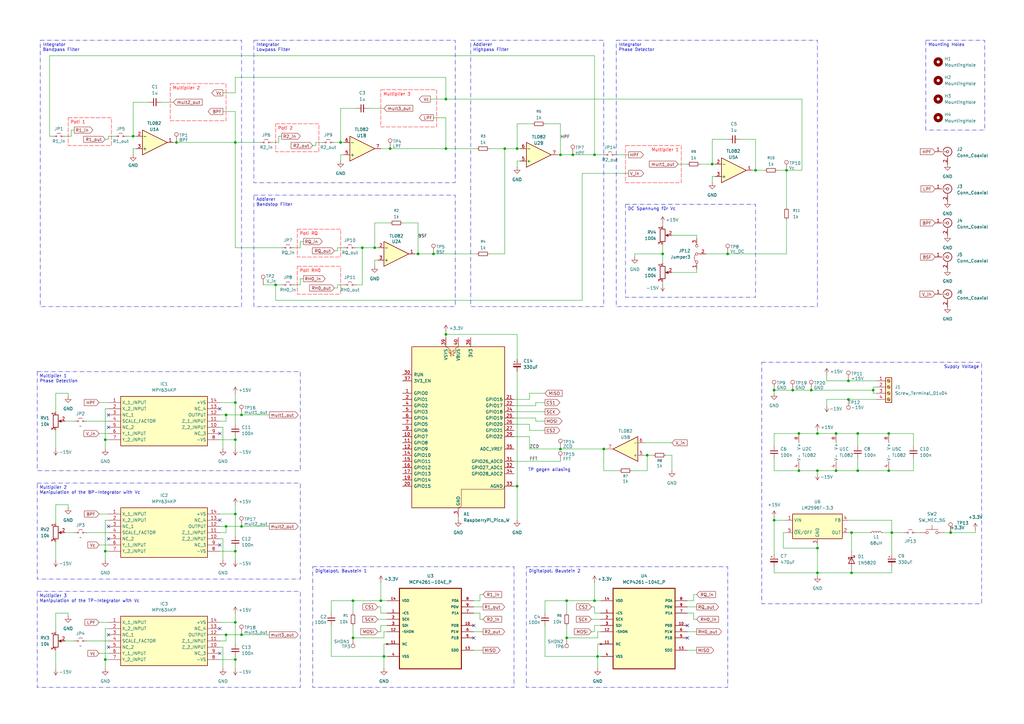
<source format=kicad_sch>
(kicad_sch (version 20250114) (generator "eeschema") (generator_version "9.0")
  (paper "A3")
  (text "TP gegen aliasing" (at 225.298 192.786 0) (effects (font (size 1.27 1.27))))
  (text "*Mehr TP überall/ Jumper\n*Vier DigitalPots für die vier widerstände\n*Überlegungen für ADC und VCO\n*RP muss hinzugefügt werden\n*3.3V Spannuungsversorgung für RP" (at -99.314 185.674 0) (effects (font (size 3 3)) (justify left top)))
  (text_box "Poti 2\n\n" (at 113.03 50.8 0) (size 17.78 11.43) (margins 0.9525 0.9525 0.9525 0.9525) (stroke (width 0) (type dash) (color 255 0 7 1)) (effects (font (size 1.27 1.27)) (justify left top)))
  (text_box "Supply Voltage" (exclude_from_sim yes) (at 312.42 148.59 0) (size 90.17 99.06) (margins 0.9525 0.9525 0.9525 0.9525) (stroke (width 0) (type dash_dot)) (effects (font (size 1.27 1.27)) (justify right top)))
  (text_box "Digitalpot. Baustein 1" (at 128.27 232.41 0) (size 82.55 49.53) (margins 0.9525 0.9525 0.9525 0.9525) (stroke (width 0) (type dash_dot)) (effects (font (size 1.27 1.27)) (justify left top)))
  (text_box "Poti RH0\n\n\n" (at 121.92 109.22 0) (size 17.78 11.43) (margins 0.9525 0.9525 0.9525 0.9525) (stroke (width 0) (type dash) (color 255 0 7 1)) (effects (font (size 1.27 1.27)) (justify left top)))
  (text_box "Multiplier 2\n\n" (at 69.85 34.29 0) (size 22.86 15.24) (margins 0.9525 0.9525 0.9525 0.9525) (stroke (width 0) (type dash) (color 255 0 7 1)) (effects (font (size 1.27 1.27)) (justify left top)))
  (text_box "Multiplier 2\nManipulation of the BP-Integrator with Vc" (exclude_from_sim yes) (at 15.24 198.12 0) (size 107.95 39.37) (margins 0.9525 0.9525 0.9525 0.9525) (stroke (width 0) (type dash_dot)) (effects (font (size 1.27 1.27)) (justify left top)))
  (text_box "Multiplier 1\nPhase Detection" (exclude_from_sim yes) (at 15.24 152.4 0) (size 107.95 40.64) (margins 0.9525 0.9525 0.9525 0.9525) (stroke (width 0) (type dash_dot)) (effects (font (size 1.27 1.27)) (justify left top)))
  (text_box "Mounting Holes" (exclude_from_sim yes) (at 379.73 16.51 0) (size 24.13 36.83) (margins 0.9525 0.9525 0.9525 0.9525) (stroke (width 0) (type dash_dot)) (effects (font (size 1.27 1.27)) (justify left top)))
  (text_box "Poti 1\n\n" (at 27.94 48.26 0) (size 17.78 11.43) (margins 0.9525 0.9525 0.9525 0.9525) (stroke (width 0) (type dash) (color 255 0 7 1)) (effects (font (size 1.27 1.27)) (justify left top)))
  (text_box "Multiplier 3\nManipulation of the TP-Integrator with Vc" (exclude_from_sim yes) (at 15.24 242.57 0) (size 107.95 39.37) (margins 0.9525 0.9525 0.9525 0.9525) (stroke (width 0) (type dash_dot)) (effects (font (size 1.27 1.27)) (justify left top)))
  (text_box "Digitalpot. Baustein 2" (at 215.9 232.41 0) (size 82.55 49.53) (margins 0.9525 0.9525 0.9525 0.9525) (stroke (width 0) (type dash_dot)) (effects (font (size 1.27 1.27)) (justify left top)))
  (text_box "Addierer\nHighpass Filter" (exclude_from_sim yes) (at 193.04 16.51 0) (size 54.61 109.22) (margins 0.9525 0.9525 0.9525 0.9525) (stroke (width 0) (type dash_dot)) (effects (font (size 1.27 1.27)) (justify left top)))
  (text_box "Integrator\nBandpass Filter" (exclude_from_sim yes) (at 16.51 16.51 0) (size 82.55 109.22) (margins 0.9525 0.9525 0.9525 0.9525) (stroke (width 0) (type dash_dot)) (effects (font (size 1.27 1.27)) (justify left top)))
  (text_box "DC Spannung für Vc " (exclude_from_sim yes) (at 256.54 83.82 0) (size 53.34 38.1) (margins 0.9525 0.9525 0.9525 0.9525) (stroke (width 0) (type dash_dot)) (effects (font (size 1.27 1.27)) (justify left top)))
  (text_box "Multiplier 3\n\n" (at 156.21 36.83 0) (size 22.86 15.24) (margins 0.9525 0.9525 0.9525 0.9525) (stroke (width 0) (type dash) (color 255 0 7 1)) (effects (font (size 1.27 1.27)) (justify left top)))
  (text_box "Multiplier 1\n" (at 256.54 59.69 0) (size 22.86 15.24) (margins 0.9525 0.9525 0.9525 0.9525) (stroke (width 0) (type dash) (color 255 0 7 1)) (effects (font (size 1.27 1.27)) (justify right top)))
  (text_box "Addierer\nBandstop Filter" (exclude_from_sim yes) (at 104.14 80.01 0) (size 82.55 45.72) (margins 0.9525 0.9525 0.9525 0.9525) (stroke (width 0) (type dash_dot)) (effects (font (size 1.27 1.27)) (justify left top)))
  (text_box "Integrator\nLowpass Filter" (exclude_from_sim yes) (at 104.14 16.51 0) (size 82.55 58.42) (margins 0.9525 0.9525 0.9525 0.9525) (stroke (width 0) (type dash_dot)) (effects (font (size 1.27 1.27)) (justify left top)))
  (text_box "Poti RQ\n\n\n" (at 121.92 93.98 0) (size 17.78 11.43) (margins 0.9525 0.9525 0.9525 0.9525) (stroke (width 0) (type dash) (color 255 0 7 1)) (effects (font (size 1.27 1.27)) (justify left top)))
  (text_box "Integrator\nPhase Detector" (exclude_from_sim yes) (at 252.73 16.51 0) (size 82.55 109.22) (margins 0.9525 0.9525 0.9525 0.9525) (stroke (width 0) (type dash_dot)) (effects (font (size 1.27 1.27)) (justify left top)))
  (junction (at 99.06 170.18))
  (junction (at 325.12 160.02))
  (junction (at 160.02 60.96))
  (junction (at 212.09 60.96))
  (junction (at 335.28 193.04))
  (junction (at 347.98 163.83))
  (junction (at 96.52 270.51))
  (junction (at 96.52 165.1))
  (junction (at 182.88 40.64))
  (junction (at 96.52 255.27))
  (junction (at 234.95 63.5))
  (junction (at 96.52 226.06))
  (junction (at 182.88 60.96))
  (junction (at 335.28 224.79))
  (junction (at 247.65 184.15))
  (junction (at 212.09 199.39))
  (junction (at 139.7 58.42))
  (junction (at 349.25 218.44))
  (junction (at 342.9 193.04))
  (junction (at 232.41 261.62))
  (junction (at 99.06 260.35))
  (junction (at 157.48 269.24))
  (junction (at 232.41 246.38))
  (junction (at 113.03 116.84))
  (junction (at 96.52 180.34))
  (junction (at 207.01 60.96))
  (junction (at 327.66 177.8))
  (junction (at 72.39 58.42))
  (junction (at 309.88 69.85))
  (junction (at 54.61 55.88))
  (junction (at 92.71 215.9))
  (junction (at 43.18 270.51))
  (junction (at 229.87 184.15))
  (junction (at 322.58 69.85))
  (junction (at 153.67 101.6))
  (junction (at 43.18 180.34))
  (junction (at 96.52 210.82))
  (junction (at 347.98 156.21))
  (junction (at 229.87 63.5))
  (junction (at 342.9 177.8))
  (junction (at 364.49 193.04))
  (junction (at 144.78 261.62))
  (junction (at 99.06 215.9))
  (junction (at 182.88 137.16))
  (junction (at 317.5 160.02))
  (junction (at 243.84 63.5))
  (junction (at 271.78 104.14))
  (junction (at 92.71 170.18))
  (junction (at 335.28 177.8))
  (junction (at 96.52 58.42))
  (junction (at 265.43 186.69))
  (junction (at 156.21 246.38))
  (junction (at 364.49 177.8))
  (junction (at 349.25 234.95))
  (junction (at 365.76 218.44))
  (junction (at 351.79 177.8))
  (junction (at 358.14 160.02))
  (junction (at 351.79 193.04))
  (junction (at 243.84 246.38))
  (junction (at 144.78 246.38))
  (junction (at 245.11 269.24))
  (junction (at 148.59 101.6))
  (junction (at 335.28 234.95))
  (junction (at 332.74 160.02))
  (junction (at 298.45 104.14))
  (junction (at 389.89 218.44))
  (junction (at 292.1 67.31))
  (junction (at 327.66 193.04))
  (junction (at 171.45 104.14))
  (junction (at 92.71 260.35))
  (junction (at 43.18 226.06))
  (junction (at 177.8 104.14))
  (junction (at 317.5 213.36))
  (no_connect (at 44.45 260.35))
  (no_connect (at 90.17 257.81))
  (no_connect (at 90.17 267.97))
  (no_connect (at 44.45 175.26))
  (no_connect (at 44.45 265.43))
  (no_connect (at 194.31 256.54))
  (no_connect (at 194.31 261.62))
  (no_connect (at 90.17 223.52))
  (no_connect (at 44.45 220.98))
  (no_connect (at 90.17 177.8))
  (no_connect (at 44.45 170.18))
  (no_connect (at 90.17 167.64))
  (no_connect (at 281.94 261.62))
  (no_connect (at 90.17 213.36))
  (no_connect (at 281.94 256.54))
  (no_connect (at 44.45 215.9))
  (wire (pts (xy 229.87 184.15) (xy 247.65 184.15)))
  (wire (pts (xy 90.17 220.98) (xy 91.44 220.98)))
  (wire (pts (xy 157.48 261.62) (xy 157.48 259.08)))
  (wire (pts (xy 212.09 199.39) (xy 212.09 213.36)))
  (wire (pts (xy 171.45 104.14) (xy 171.45 91.44)))
  (wire (pts (xy 212.09 60.96) (xy 213.36 60.96)))
  (wire (pts (xy 29.21 53.34) (xy 30.48 53.34)))
  (wire (pts (xy 198.12 254) (xy 196.85 254)))
  (wire (pts (xy 317.5 177.8) (xy 317.5 182.88)))
  (wire (pts (xy 146.05 116.84) (xy 148.59 116.84)))
  (wire (pts (xy 135.89 251.46) (xy 135.89 246.38)))
  (wire (pts (xy 154.94 254) (xy 158.75 254)))
  (wire (pts (xy 113.03 116.84) (xy 115.57 116.84)))
  (wire (pts (xy 40.64 255.27) (xy 44.45 255.27)))
  (wire (pts (xy 135.89 246.38) (xy 144.78 246.38)))
  (wire (pts (xy 219.71 166.37) (xy 210.82 166.37)))
  (wire (pts (xy 284.48 251.46) (xy 281.94 251.46)))
  (wire (pts (xy 271.78 92.71) (xy 271.78 91.44)))
  (wire (pts (xy 146.05 101.6) (xy 148.59 101.6)))
  (wire (pts (xy 22.86 207.01) (xy 27.94 207.01)))
  (wire (pts (xy 365.76 218.44) (xy 370.84 218.44)))
  (wire (pts (xy 148.59 116.84) (xy 148.59 101.6)))
  (wire (pts (xy 156.21 251.46) (xy 158.75 251.46)))
  (wire (pts (xy 318.77 69.85) (xy 322.58 69.85)))
  (wire (pts (xy 96.52 101.6) (xy 96.52 58.42)))
  (wire (pts (xy 22.86 214.63) (xy 22.86 207.01)))
  (wire (pts (xy 182.88 135.89) (xy 182.88 137.16)))
  (wire (pts (xy 359.41 158.75) (xy 358.14 158.75)))
  (wire (pts (xy 365.76 213.36) (xy 365.76 218.44)))
  (wire (pts (xy 339.09 156.21) (xy 347.98 156.21)))
  (wire (pts (xy 22.86 251.46) (xy 22.86 259.08)))
  (wire (pts (xy 90.17 260.35) (xy 92.71 260.35)))
  (wire (pts (xy 44.45 55.88) (xy 46.99 55.88)))
  (wire (pts (xy 153.67 106.68) (xy 153.67 109.22)))
  (wire (pts (xy 328.93 40.64) (xy 328.93 69.85)))
  (wire (pts (xy 309.88 57.15) (xy 309.88 69.85)))
  (wire (pts (xy 243.84 238.76) (xy 243.84 246.38)))
  (wire (pts (xy 275.59 111.76) (xy 285.75 111.76)))
  (wire (pts (xy 139.7 44.45) (xy 146.05 44.45)))
  (wire (pts (xy 135.89 269.24) (xy 157.48 269.24)))
  (wire (pts (xy 254 193.04) (xy 247.65 193.04)))
  (wire (pts (xy 212.09 147.32) (xy 212.09 137.16)))
  (wire (pts (xy 153.67 101.6) (xy 154.94 101.6)))
  (wire (pts (xy 157.48 259.08) (xy 158.75 259.08)))
  (wire (pts (xy 210.82 199.39) (xy 212.09 199.39)))
  (wire (pts (xy 71.12 58.42) (xy 72.39 58.42)))
  (wire (pts (xy 114.3 55.88) (xy 115.57 55.88)))
  (wire (pts (xy 234.95 63.5) (xy 243.84 63.5)))
  (wire (pts (xy 96.52 165.1) (xy 90.17 165.1)))
  (wire (pts (xy 43.18 167.64) (xy 43.18 180.34)))
  (wire (pts (xy 29.21 53.34) (xy 29.21 55.88)))
  (wire (pts (xy 219.71 171.45) (xy 210.82 171.45)))
  (wire (pts (xy 182.88 60.96) (xy 195.58 60.96)))
  (wire (pts (xy 35.56 172.72) (xy 44.45 172.72)))
  (wire (pts (xy 158.75 246.38) (xy 156.21 246.38)))
  (wire (pts (xy 26.67 262.89) (xy 30.48 262.89)))
  (wire (pts (xy 260.35 104.14) (xy 260.35 105.41)))
  (wire (pts (xy 217.17 176.53) (xy 217.17 173.99)))
  (wire (pts (xy 218.44 50.8) (xy 212.09 50.8)))
  (wire (pts (xy 96.52 180.34) (xy 90.17 180.34)))
  (wire (pts (xy 243.84 259.08) (xy 243.84 256.54)))
  (wire (pts (xy 194.31 259.08) (xy 198.12 259.08)))
  (wire (pts (xy 27.94 252.73) (xy 27.94 251.46)))
  (wire (pts (xy 120.65 101.6) (xy 123.19 101.6)))
  (wire (pts (xy 96.52 229.87) (xy 96.52 226.06)))
  (wire (pts (xy 223.52 50.8) (xy 229.87 50.8)))
  (wire (pts (xy 217.17 184.15) (xy 229.87 184.15)))
  (wire (pts (xy 292.1 74.93) (xy 292.1 72.39)))
  (wire (pts (xy 223.52 165.1) (xy 219.71 165.1)))
  (wire (pts (xy 154.94 259.08) (xy 156.21 259.08)))
  (wire (pts (xy 243.84 63.5) (xy 243.84 22.86)))
  (wire (pts (xy 96.52 165.1) (xy 96.52 173.99)))
  (wire (pts (xy 99.06 260.35) (xy 110.49 260.35)))
  (wire (pts (xy 96.52 184.15) (xy 96.52 180.34)))
  (wire (pts (xy 265.43 193.04) (xy 265.43 186.69)))
  (wire (pts (xy 223.52 176.53) (xy 217.17 176.53)))
  (wire (pts (xy 335.28 177.8) (xy 327.66 177.8)))
  (wire (pts (xy 400.05 218.44) (xy 400.05 217.17)))
  (wire (pts (xy 212.09 137.16) (xy 182.88 137.16)))
  (wire (pts (xy 160.02 60.96) (xy 182.88 60.96)))
  (wire (pts (xy 292.1 72.39) (xy 293.37 72.39)))
  (wire (pts (xy 194.31 248.92) (xy 198.12 248.92)))
  (wire (pts (xy 349.25 218.44) (xy 356.87 218.44)))
  (wire (pts (xy 91.44 38.1) (xy 96.52 38.1)))
  (wire (pts (xy 153.67 91.44) (xy 160.02 91.44)))
  (wire (pts (xy 54.61 41.91) (xy 54.61 55.88)))
  (wire (pts (xy 292.1 57.15) (xy 292.1 67.31)))
  (wire (pts (xy 54.61 60.96) (xy 55.88 60.96)))
  (wire (pts (xy 96.52 161.29) (xy 96.52 165.1)))
  (wire (pts (xy 328.93 40.64) (xy 182.88 40.64)))
  (wire (pts (xy 52.07 55.88) (xy 54.61 55.88)))
  (wire (pts (xy 20.32 55.88) (xy 21.59 55.88)))
  (wire (pts (xy 339.09 166.37) (xy 339.09 163.83)))
  (wire (pts (xy 317.5 213.36) (xy 317.5 227.33)))
  (wire (pts (xy 196.85 254) (xy 196.85 251.46)))
  (wire (pts (xy 238.76 71.12) (xy 238.76 123.19)))
  (wire (pts (xy 322.58 218.44) (xy 321.31 218.44)))
  (wire (pts (xy 389.89 218.44) (xy 400.05 218.44)))
  (wire (pts (xy 29.21 55.88) (xy 26.67 55.88)))
  (wire (pts (xy 347.98 156.21) (xy 359.41 156.21)))
  (wire (pts (xy 137.16 102.87) (xy 138.43 102.87)))
  (wire (pts (xy 219.71 172.72) (xy 219.71 171.45)))
  (wire (pts (xy 229.87 63.5) (xy 234.95 63.5)))
  (wire (pts (xy 44.45 257.81) (xy 43.18 257.81)))
  (wire (pts (xy 317.5 160.02) (xy 325.12 160.02)))
  (wire (pts (xy 322.58 69.85) (xy 322.58 85.09)))
  (wire (pts (xy 361.95 218.44) (xy 365.76 218.44)))
  (wire (pts (xy 322.58 90.17) (xy 322.58 104.14)))
  (wire (pts (xy 157.48 264.16) (xy 157.48 269.24)))
  (wire (pts (xy 107.95 116.84) (xy 113.03 116.84)))
  (wire (pts (xy 158.75 264.16) (xy 157.48 264.16)))
  (wire (pts (xy 96.52 210.82) (xy 90.17 210.82)))
  (wire (pts (xy 284.48 246.38) (xy 281.94 246.38)))
  (wire (pts (xy 339.09 163.83) (xy 347.98 163.83)))
  (wire (pts (xy 317.5 234.95) (xy 335.28 234.95)))
  (wire (pts (xy 96.52 224.79) (xy 96.52 226.06)))
  (wire (pts (xy 137.16 58.42) (xy 139.7 58.42)))
  (wire (pts (xy 99.06 170.18) (xy 110.49 170.18)))
  (wire (pts (xy 157.48 261.62) (xy 144.78 261.62)))
  (wire (pts (xy 298.45 104.14) (xy 322.58 104.14)))
  (wire (pts (xy 374.65 177.8) (xy 374.65 182.88)))
  (wire (pts (xy 182.88 31.75) (xy 182.88 40.64)))
  (wire (pts (xy 123.19 114.3) (xy 124.46 114.3)))
  (wire (pts (xy 259.08 193.04) (xy 265.43 193.04)))
  (wire (pts (xy 242.57 259.08) (xy 243.84 259.08)))
  (wire (pts (xy 335.28 194.31) (xy 335.28 193.04)))
  (wire (pts (xy 129.54 58.42) (xy 132.08 58.42)))
  (wire (pts (xy 144.78 256.54) (xy 144.78 261.62)))
  (wire (pts (xy 212.09 152.4) (xy 212.09 199.39)))
  (wire (pts (xy 210.82 189.23) (xy 229.87 189.23)))
  (wire (pts (xy 285.75 254) (xy 284.48 254)))
  (wire (pts (xy 347.98 218.44) (xy 349.25 218.44)))
  (wire (pts (xy 96.52 31.75) (xy 182.88 31.75)))
  (wire (pts (xy 72.39 58.42) (xy 96.52 58.42)))
  (wire (pts (xy 245.11 259.08) (xy 246.38 259.08)))
  (wire (pts (xy 177.8 48.26) (xy 182.88 48.26)))
  (wire (pts (xy 27.94 207.01) (xy 27.94 208.28)))
  (wire (pts (xy 35.56 262.89) (xy 44.45 262.89)))
  (wire (pts (xy 171.45 104.14) (xy 177.8 104.14)))
  (wire (pts (xy 196.85 243.84) (xy 196.85 246.38)))
  (wire (pts (xy 99.06 215.9) (xy 110.49 215.9)))
  (wire (pts (xy 351.79 193.04) (xy 364.49 193.04)))
  (wire (pts (xy 322.58 69.85) (xy 328.93 69.85)))
  (wire (pts (xy 281.94 248.92) (xy 285.75 248.92)))
  (wire (pts (xy 196.85 251.46) (xy 194.31 251.46)))
  (wire (pts (xy 223.52 246.38) (xy 232.41 246.38)))
  (wire (pts (xy 257.81 71.12) (xy 238.76 71.12)))
  (wire (pts (xy 43.18 226.06) (xy 44.45 226.06)))
  (wire (pts (xy 217.17 161.29) (xy 223.52 161.29)))
  (wire (pts (xy 232.41 246.38) (xy 243.84 246.38)))
  (wire (pts (xy 358.14 161.29) (xy 358.14 160.02)))
  (wire (pts (xy 96.52 38.1) (xy 96.52 31.75)))
  (wire (pts (xy 309.88 69.85) (xy 313.69 69.85)))
  (wire (pts (xy 271.78 115.57) (xy 271.78 116.84)))
  (wire (pts (xy 96.52 226.06) (xy 90.17 226.06)))
  (wire (pts (xy 43.18 180.34) (xy 44.45 180.34)))
  (wire (pts (xy 91.44 175.26) (xy 91.44 184.15)))
  (wire (pts (xy 219.71 172.72) (xy 223.52 172.72)))
  (wire (pts (xy 245.11 261.62) (xy 232.41 261.62)))
  (wire (pts (xy 364.49 177.8) (xy 374.65 177.8)))
  (wire (pts (xy 157.48 274.32) (xy 157.48 269.24)))
  (wire (pts (xy 335.28 177.8) (xy 342.9 177.8)))
  (wire (pts (xy 92.71 170.18) (xy 99.06 170.18)))
  (wire (pts (xy 40.64 267.97) (xy 44.45 267.97)))
  (wire (pts (xy 139.7 66.04) (xy 139.7 63.5)))
  (wire (pts (xy 139.7 63.5) (xy 140.97 63.5)))
  (wire (pts (xy 138.43 102.87) (xy 138.43 101.6)))
  (wire (pts (xy 351.79 177.8) (xy 364.49 177.8)))
  (wire (pts (xy 223.52 269.24) (xy 245.11 269.24)))
  (wire (pts (xy 138.43 118.11) (xy 138.43 116.84)))
  (wire (pts (xy 347.98 163.83) (xy 359.41 163.83)))
  (wire (pts (xy 135.89 256.54) (xy 135.89 269.24)))
  (wire (pts (xy 245.11 261.62) (xy 245.11 259.08)))
  (wire (pts (xy 96.52 179.07) (xy 96.52 180.34)))
  (wire (pts (xy 242.57 254) (xy 246.38 254)))
  (wire (pts (xy 247.65 193.04) (xy 247.65 184.15)))
  (wire (pts (xy 284.48 254) (xy 284.48 251.46)))
  (wire (pts (xy 243.84 251.46) (xy 246.38 251.46)))
  (wire (pts (xy 165.1 91.44) (xy 171.45 91.44)))
  (wire (pts (xy 66.04 41.91) (xy 71.12 41.91)))
  (wire (pts (xy 281.94 266.7) (xy 285.75 266.7)))
  (wire (pts (xy 40.64 177.8) (xy 44.45 177.8)))
  (wire (pts (xy 91.44 45.72) (xy 96.52 45.72)))
  (wire (pts (xy 139.7 58.42) (xy 140.97 58.42)))
  (wire (pts (xy 91.44 265.43) (xy 91.44 274.32)))
  (wire (pts (xy 210.82 179.07) (xy 217.17 179.07)))
  (wire (pts (xy 358.14 161.29) (xy 359.41 161.29)))
  (wire (pts (xy 335.28 234.95) (xy 349.25 234.95)))
  (wire (pts (xy 20.32 22.86) (xy 20.32 55.88)))
  (wire (pts (xy 387.35 218.44) (xy 389.89 218.44)))
  (wire (pts (xy 43.18 257.81) (xy 43.18 270.51)))
  (wire (pts (xy 138.43 116.84) (xy 140.97 116.84)))
  (wire (pts (xy 26.67 218.44) (xy 30.48 218.44)))
  (wire (pts (xy 317.5 213.36) (xy 322.58 213.36)))
  (wire (pts (xy 96.52 210.82) (xy 96.52 219.71)))
  (wire (pts (xy 123.19 99.06) (xy 124.46 99.06)))
  (wire (pts (xy 144.78 246.38) (xy 144.78 251.46)))
  (wire (pts (xy 96.52 255.27) (xy 90.17 255.27)))
  (wire (pts (xy 212.09 66.04) (xy 213.36 66.04)))
  (wire (pts (xy 246.38 264.16) (xy 245.11 264.16)))
  (wire (pts (xy 217.17 179.07) (xy 217.17 184.15)))
  (wire (pts (xy 43.18 213.36) (xy 43.18 226.06)))
  (wire (pts (xy 308.61 69.85) (xy 309.88 69.85)))
  (wire (pts (xy 96.52 274.32) (xy 96.52 270.51)))
  (wire (pts (xy 212.09 50.8) (xy 212.09 60.96)))
  (wire (pts (xy 289.56 104.14) (xy 298.45 104.14)))
  (wire (pts (xy 335.28 193.04) (xy 342.9 193.04)))
  (wire (pts (xy 54.61 55.88) (xy 55.88 55.88)))
  (wire (pts (xy 243.84 63.5) (xy 247.65 63.5)))
  (wire (pts (xy 317.5 232.41) (xy 317.5 234.95)))
  (wire (pts (xy 223.52 256.54) (xy 223.52 269.24)))
  (wire (pts (xy 156.21 60.96) (xy 160.02 60.96)))
  (wire (pts (xy 278.13 67.31) (xy 281.94 67.31)))
  (wire (pts (xy 139.7 44.45) (xy 139.7 58.42)))
  (wire (pts (xy 210.82 168.91) (xy 223.52 168.91)))
  (wire (pts (xy 207.01 104.14) (xy 200.66 104.14)))
  (wire (pts (xy 156.21 256.54) (xy 158.75 256.54)))
  (wire (pts (xy 96.52 269.24) (xy 96.52 270.51)))
  (wire (pts (xy 182.88 137.16) (xy 182.88 138.43)))
  (wire (pts (xy 92.71 172.72) (xy 92.71 170.18)))
  (wire (pts (xy 332.74 160.02) (xy 358.14 160.02)))
  (wire (pts (xy 317.5 177.8) (xy 327.66 177.8)))
  (wire (pts (xy 157.48 269.24) (xy 158.75 269.24)))
  (wire (pts (xy 194.31 266.7) (xy 198.12 266.7)))
  (wire (pts (xy 317.5 160.02) (xy 317.5 161.29)))
  (wire (pts (xy 325.12 160.02) (xy 332.74 160.02)))
  (wire (pts (xy 349.25 233.68) (xy 349.25 234.95)))
  (wire (pts (xy 374.65 187.96) (xy 374.65 193.04)))
  (wire (pts (xy 264.16 181.61) (xy 275.59 181.61)))
  (wire (pts (xy 40.64 210.82) (xy 44.45 210.82)))
  (wire (pts (xy 90.17 218.44) (xy 92.71 218.44)))
  (wire (pts (xy 156.21 248.92) (xy 156.21 251.46)))
  (wire (pts (xy 114.3 55.88) (xy 114.3 58.42)))
  (wire (pts (xy 245.11 274.32) (xy 245.11 269.24)))
  (wire (pts (xy 285.75 96.52) (xy 285.75 97.79)))
  (wire (pts (xy 232.41 256.54) (xy 232.41 261.62)))
  (wire (pts (xy 43.18 270.51) (xy 44.45 270.51)))
  (wire (pts (xy 137.16 118.11) (xy 138.43 118.11)))
  (wire (pts (xy 292.1 57.15) (xy 298.45 57.15)))
  (wire (pts (xy 44.45 57.15) (xy 44.45 55.88)))
  (wire (pts (xy 90.17 170.18) (xy 92.71 170.18)))
  (wire (pts (xy 90.17 175.26) (xy 91.44 175.26)))
  (wire (pts (xy 96.52 251.46) (xy 96.52 255.27)))
  (wire (pts (xy 96.52 58.42) (xy 106.68 58.42)))
  (wire (pts (xy 275.59 186.69) (xy 273.05 186.69)))
  (wire (pts (xy 92.71 215.9) (xy 99.06 215.9)))
  (wire (pts (xy 238.76 123.19) (xy 113.03 123.19)))
  (wire (pts (xy 40.64 165.1) (xy 44.45 165.1)))
  (wire (pts (xy 96.52 101.6) (xy 115.57 101.6)))
  (wire (pts (xy 292.1 67.31) (xy 293.37 67.31)))
  (wire (pts (xy 90.17 172.72) (xy 92.71 172.72)))
  (wire (pts (xy 375.92 218.44) (xy 377.19 218.44)))
  (wire (pts (xy 245.11 269.24) (xy 246.38 269.24)))
  (wire (pts (xy 303.53 57.15) (xy 309.88 57.15)))
  (wire (pts (xy 123.19 99.06) (xy 123.19 101.6)))
  (wire (pts (xy 96.52 255.27) (xy 96.52 264.16)))
  (wire (pts (xy 207.01 60.96) (xy 212.09 60.96)))
  (wire (pts (xy 151.13 44.45) (xy 157.48 44.45)))
  (wire (pts (xy 44.45 213.36) (xy 43.18 213.36)))
  (wire (pts (xy 212.09 68.58) (xy 212.09 66.04)))
  (wire (pts (xy 43.18 180.34) (xy 43.18 184.15)))
  (wire (pts (xy 287.02 67.31) (xy 292.1 67.31)))
  (wire (pts (xy 27.94 161.29) (xy 22.86 161.29)))
  (wire (pts (xy 90.17 215.9) (xy 92.71 215.9)))
  (wire (pts (xy 177.8 104.14) (xy 195.58 104.14)))
  (wire (pts (xy 281.94 259.08) (xy 285.75 259.08)))
  (wire (pts (xy 35.56 218.44) (xy 44.45 218.44)))
  (wire (pts (xy 22.86 176.53) (xy 22.86 184.15)))
  (wire (pts (xy 271.78 104.14) (xy 271.78 100.33)))
  (wire (pts (xy 243.84 248.92) (xy 243.84 251.46)))
  (wire (pts (xy 358.14 158.75) (xy 358.14 160.02)))
  (wire (pts (xy 327.66 193.04) (xy 335.28 193.04)))
  (wire (pts (xy 120.65 116.84) (xy 123.19 116.84)))
  (wire (pts (xy 92.71 262.89) (xy 92.71 260.35)))
  (wire (pts (xy 96.52 270.51) (xy 90.17 270.51)))
  (wire (pts (xy 246.38 246.38) (xy 243.84 246.38)))
  (wire (pts (xy 90.17 262.89) (xy 92.71 262.89)))
  (wire (pts (xy 219.71 165.1) (xy 219.71 166.37)))
  (wire (pts (xy 351.79 177.8) (xy 351.79 182.88)))
  (wire (pts (xy 96.52 45.72) (xy 96.52 58.42)))
  (wire (pts (xy 271.78 104.14) (xy 271.78 107.95)))
  (wire (pts (xy 91.44 220.98) (xy 91.44 229.87)))
  (wire (pts (xy 260.35 104.14) (xy 271.78 104.14)))
  (wire (pts (xy 217.17 173.99) (xy 210.82 173.99)))
  (wire (pts (xy 27.94 162.56) (xy 27.94 161.29)))
  (wire (pts (xy 267.97 186.69) (xy 265.43 186.69)))
  (wire (pts (xy 26.67 172.72) (xy 30.48 172.72)))
  (wire (pts (xy 317.5 193.04) (xy 327.66 193.04)))
  (wire (pts (xy 242.57 248.92) (xy 243.84 248.92)))
  (wire (pts (xy 43.18 270.51) (xy 43.18 274.32)))
  (wire (pts (xy 275.59 193.04) (xy 275.59 186.69)))
  (wire (pts (xy 171.45 104.14) (xy 170.18 104.14)))
  (wire (pts (xy 154.94 248.92) (xy 156.21 248.92)))
  (wire (pts (xy 347.98 213.36) (xy 365.76 213.36)))
  (wire (pts (xy 335.28 223.52) (xy 335.28 224.79)))
  (wire (pts (xy 96.52 207.01) (xy 96.52 210.82)))
  (wire (pts (xy 200.66 60.96) (xy 207.01 60.96)))
  (wire (pts (xy 351.79 193.04) (xy 342.9 193.04)))
  (wire (pts (xy 111.76 58.42) (xy 114.3 58.42)))
  (wire (pts (xy 349.25 218.44) (xy 349.25 226.06)))
  (wire (pts (xy 229.87 63.5) (xy 228.6 63.5)))
  (wire (pts (xy 265.43 186.69) (xy 264.16 186.69)))
  (wire (pts (xy 44.45 167.64) (xy 43.18 167.64)))
  (wire (pts (xy 196.85 246.38) (xy 194.31 246.38)))
  (wire (pts (xy 92.71 260.35) (xy 99.06 260.35)))
  (wire (pts (xy 284.48 243.84) (xy 284.48 246.38)))
  (wire (pts (xy 182.88 48.26) (xy 182.88 60.96)))
  (wire (pts (xy 40.64 223.52) (xy 44.45 223.52)))
  (wire (pts (xy 138.43 101.6) (xy 140.97 101.6)))
  (wire (pts (xy 207.01 104.14) (xy 207.01 60.96)))
  (wire (pts (xy 113.03 123.19) (xy 113.03 116.84)))
  (wire (pts (xy 243.84 22.86) (xy 20.32 22.86)))
  (wire (pts (xy 217.17 163.83) (xy 210.82 163.83)))
  (wire (pts (xy 54.61 63.5) (xy 54.61 60.96)))
  (wire (pts (xy 43.18 226.06) (xy 43.18 229.87)))
  (wire (pts (xy 156.21 238.76) (xy 156.21 246.38)))
  (wire (pts (xy 365.76 232.41) (xy 365.76 234.95)))
  (wire (pts (xy 22.86 266.7) (xy 22.86 274.32)))
  (wire (pts (xy 217.17 161.29) (xy 217.17 163.83)))
  (wire (pts (xy 187.96 212.09) (xy 187.96 213.36)))
  (wire (pts (xy 232.41 246.38) (xy 232.41 251.46)))
  (wire (pts (xy 317.5 187.96) (xy 317.5 193.04)))
  (wire (pts (xy 275.59 96.52) (xy 285.75 96.52)))
  (wire (pts (xy 317.5 212.09) (xy 317.5 213.36)))
  (wire (pts (xy 229.87 50.8) (xy 229.87 63.5)))
  (wire (pts (xy 223.52 251.46) (xy 223.52 246.38)))
  (wire (pts (xy 339.09 153.67) (xy 339.09 156.21)))
  (wire (pts (xy 243.84 256.54) (xy 246.38 256.54)))
  (wire (pts (xy 247.65 184.15) (xy 248.92 184.15)))
  (wire (pts (xy 54.61 41.91) (xy 60.96 41.91)))
  (wire (pts (xy 22.86 161.29) (xy 22.86 168.91)))
  (wire (pts (xy 90.17 265.43) (xy 91.44 265.43)))
  (wire (pts (xy 252.73 63.5) (xy 257.81 63.5)))
  (wire (pts (xy 153.67 91.44) (xy 153.67 101.6)))
  (wire (pts (xy 128.27 59.69) (xy 129.54 59.69)))
  (wire (pts (xy 123.19 114.3) (xy 123.19 116.84)))
  (wire (pts (xy 22.86 222.25) (xy 22.86 229.87)))
  (wire (pts (xy 335.28 176.53) (xy 335.28 177.8)))
  (wire (pts (xy 321.31 224.79) (xy 335.28 224.79)))
  (wire (pts (xy 351.79 187.96) (xy 351.79 193.04)))
  (wire (pts (xy 92.71 218.44) (xy 92.71 215.9)))
  (wire (pts (xy 364.49 193.04) (xy 374.65 193.04)))
  (wire (pts (xy 154.94 106.68) (xy 153.67 106.68)))
  (wire (pts (xy 335.28 234.95) (xy 335.28 236.22)))
  (wire (pts (xy 335.28 224.79) (xy 335.28 234.95)))
  (wire (pts (xy 285.75 243.84) (xy 284.48 243.84)))
  (wire (pts (xy 321.31 218.44) (xy 321.31 224.79)))
  (wire (pts (xy 43.18 57.15) (xy 44.45 57.15)))
  (wire (pts (xy 198.12 243.84) (xy 196.85 243.84)))
  (wire (pts (xy 349.25 234.95) (xy 365.76 234.95)))
  (wire (pts (xy 148.59 101.6) (xy 153.67 101.6)))
  (wire (pts (xy 156.21 259.08) (xy 156.21 256.54)))
  (wire (pts (xy 27.94 251.46) (xy 22.86 251.46)))
  (wire (pts (xy 245.11 264.16) (xy 245.11 269.24)))
  (wire (pts (xy 129.54 59.69) (xy 129.54 58.42)))
  (wire (pts (xy 285.75 111.76) (xy 285.75 110.49)))
  (wire (pts (xy 182.88 40.64) (xy 176.53 40.64)))
  (wire (pts (xy 144.78 246.38) (xy 156.21 246.38)))
  (wire (pts (xy 342.9 177.8) (xy 351.79 177.8)))
  (wire (pts (xy 365.76 218.44) (xy 365.76 227.33)))
  (label "HPF" (at 229.87 57.15 0))
  (label "BSF" (at 171.45 97.79 0))
  (label "FFT" (at 217.17 189.23 0))
  (label "ZCD" (at 217.17 184.15 0))
  (global_label "R2_in" (shape output) (at 115.57 55.88 0) (property "Intersheetrefs" "${INTERSHEET_REFS}" (effects (hide yes))))
  (global_label "RQ_in" (shape input) (at 285.75 243.84 0) (property "Intersheetrefs" "${INTERSHEET_REFS}" (effects (hide yes))))
  (global_label "R2_in" (shape input) (at 198.12 254 0) (property "Intersheetrefs" "${INTERSHEET_REFS}" (effects (hide yes))))
  (global_label "Vc" (shape input) (at 40.64 223.52 180) (property "Intersheetrefs" "${INTERSHEET_REFS}" (effects (hide yes))))
  (global_label "HPF" (shape input) (at 383.54 62.23 180) (property "Intersheetrefs" "${INTERSHEET_REFS}" (effects (hide yes))))
  (global_label "RQ_out" (shape output) (at 285.75 248.92 0) (property "Intersheetrefs" "${INTERSHEET_REFS}" (effects (hide yes))))
  (global_label "HPF" (shape input) (at 40.64 165.1 180) (property "Intersheetrefs" "${INTERSHEET_REFS}" (effects (hide yes))))
  (global_label "R1_out" (shape output) (at 198.12 248.92 0) (property "Intersheetrefs" "${INTERSHEET_REFS}" (effects (hide yes))))
  (global_label "V_in" (shape input) (at 275.59 181.61 0) (property "Intersheetrefs" "${INTERSHEET_REFS}" (effects (hide yes))))
  (global_label "V_in" (shape input) (at 383.54 120.65 180) (property "Intersheetrefs" "${INTERSHEET_REFS}" (effects (hide yes))))
  (global_label "SCK" (shape output) (at 223.52 168.91 0) (property "Intersheetrefs" "${INTERSHEET_REFS}" (effects (hide yes))))
  (global_label "CS2" (shape input) (at 242.57 248.92 180) (property "Intersheetrefs" "${INTERSHEET_REFS}" (effects (hide yes))))
  (global_label "LPF" (shape output) (at 177.8 48.26 180) (property "Intersheetrefs" "${INTERSHEET_REFS}" (effects (hide yes))))
  (global_label "R1_in" (shape input) (at 198.12 243.84 0) (property "Intersheetrefs" "${INTERSHEET_REFS}" (effects (hide yes))))
  (global_label "RH0_out" (shape output) (at 285.75 259.08 0) (property "Intersheetrefs" "${INTERSHEET_REFS}" (effects (hide yes))))
  (global_label "mult2_out" (shape input) (at 71.12 41.91 0) (property "Intersheetrefs" "${INTERSHEET_REFS}" (effects (hide yes))))
  (global_label "mult2_out" (shape output) (at 110.49 215.9 0) (property "Intersheetrefs" "${INTERSHEET_REFS}" (effects (hide yes))))
  (global_label "V_in" (shape input) (at 40.64 177.8 180) (property "Intersheetrefs" "${INTERSHEET_REFS}" (effects (hide yes))))
  (global_label "RH0_in" (shape output) (at 124.46 114.3 0) (property "Intersheetrefs" "${INTERSHEET_REFS}" (effects (hide yes))))
  (global_label "RH0_in" (shape input) (at 285.75 254 0) (property "Intersheetrefs" "${INTERSHEET_REFS}" (effects (hide yes))))
  (global_label "HPF" (shape output) (at 257.81 63.5 0) (property "Intersheetrefs" "${INTERSHEET_REFS}" (effects (hide yes))))
  (global_label "CS1" (shape output) (at 223.52 165.1 0) (property "Intersheetrefs" "${INTERSHEET_REFS}" (effects (hide yes))))
  (global_label "mult3_out" (shape output) (at 110.49 260.35 0) (property "Intersheetrefs" "${INTERSHEET_REFS}" (effects (hide yes))))
  (global_label "R1_in" (shape output) (at 30.48 53.34 0) (property "Intersheetrefs" "${INTERSHEET_REFS}" (effects (hide yes))))
  (global_label "R2_out" (shape input) (at 128.27 59.69 180) (property "Intersheetrefs" "${INTERSHEET_REFS}" (effects (hide yes))))
  (global_label "LPF" (shape input) (at 40.64 255.27 180) (property "Intersheetrefs" "${INTERSHEET_REFS}" (effects (hide yes))))
  (global_label "BSF" (shape input) (at 383.54 105.41 180) (property "Intersheetrefs" "${INTERSHEET_REFS}" (effects (hide yes))))
  (global_label "BPF" (shape input) (at 383.54 91.44 180) (property "Intersheetrefs" "${INTERSHEET_REFS}" (effects (hide yes))))
  (global_label "MOSI" (shape output) (at 223.52 172.72 0) (property "Intersheetrefs" "${INTERSHEET_REFS}" (effects (hide yes))))
  (global_label "MISO" (shape output) (at 198.12 266.7 0) (property "Intersheetrefs" "${INTERSHEET_REFS}" (effects (hide yes))))
  (global_label "Vc" (shape output) (at 91.44 38.1 180) (property "Intersheetrefs" "${INTERSHEET_REFS}" (effects (hide yes))))
  (global_label "mult1_out" (shape input) (at 278.13 67.31 180) (property "Intersheetrefs" "${INTERSHEET_REFS}" (effects (hide yes))))
  (global_label "SCK" (shape input) (at 242.57 254 180) (property "Intersheetrefs" "${INTERSHEET_REFS}" (effects (hide yes))))
  (global_label "CS1" (shape input) (at 154.94 248.92 180) (property "Intersheetrefs" "${INTERSHEET_REFS}" (effects (hide yes))))
  (global_label "RH0_out" (shape input) (at 137.16 118.11 180) (property "Intersheetrefs" "${INTERSHEET_REFS}" (effects (hide yes))))
  (global_label "BPF" (shape input) (at 40.64 210.82 180) (property "Intersheetrefs" "${INTERSHEET_REFS}" (effects (hide yes))))
  (global_label "V_in" (shape output) (at 257.81 71.12 0) (property "Intersheetrefs" "${INTERSHEET_REFS}" (effects (hide yes))))
  (global_label "R1_out" (shape input) (at 43.18 57.15 180) (property "Intersheetrefs" "${INTERSHEET_REFS}" (effects (hide yes))))
  (global_label "CS2" (shape output) (at 223.52 176.53 0) (property "Intersheetrefs" "${INTERSHEET_REFS}" (effects (hide yes))))
  (global_label "R2_out" (shape output) (at 198.12 259.08 0) (property "Intersheetrefs" "${INTERSHEET_REFS}" (effects (hide yes))))
  (global_label "MOSI" (shape input) (at 242.57 259.08 180) (property "Intersheetrefs" "${INTERSHEET_REFS}" (effects (hide yes))))
  (global_label "LPF" (shape input) (at 383.54 77.47 180) (property "Intersheetrefs" "${INTERSHEET_REFS}" (effects (hide yes))))
  (global_label "MISO" (shape input) (at 223.52 161.29 0) (property "Intersheetrefs" "${INTERSHEET_REFS}" (effects (hide yes))))
  (global_label "SCK" (shape input) (at 154.94 254 180) (property "Intersheetrefs" "${INTERSHEET_REFS}" (effects (hide yes))))
  (global_label "RQ_in" (shape output) (at 124.46 99.06 0) (property "Intersheetrefs" "${INTERSHEET_REFS}" (effects (hide yes))))
  (global_label "mult1_out" (shape output) (at 110.49 170.18 0) (property "Intersheetrefs" "${INTERSHEET_REFS}" (effects (hide yes))))
  (global_label "BPF" (shape output) (at 91.44 45.72 180) (property "Intersheetrefs" "${INTERSHEET_REFS}" (effects (hide yes))))
  (global_label "MISO" (shape output) (at 285.75 266.7 0) (property "Intersheetrefs" "${INTERSHEET_REFS}" (effects (hide yes))))
  (global_label "Vc" (shape output) (at 176.53 40.64 180) (property "Intersheetrefs" "${INTERSHEET_REFS}" (effects (hide yes))))
  (global_label "RQ_out" (shape input) (at 137.16 102.87 180) (property "Intersheetrefs" "${INTERSHEET_REFS}" (effects (hide yes))))
  (global_label "mult3_out" (shape input) (at 157.48 44.45 0) (property "Intersheetrefs" "${INTERSHEET_REFS}" (effects (hide yes))))
  (global_label "MOSI" (shape input) (at 154.94 259.08 180) (property "Intersheetrefs" "${INTERSHEET_REFS}" (effects (hide yes))))
  (global_label "Vc" (shape input) (at 40.64 267.97 180) (property "Intersheetrefs" "${INTERSHEET_REFS}" (effects (hide yes))))
  (symbol (lib_id "Connector:Conn_Coaxial") (at 388.62 62.23 0) (unit 1)
    (property "Reference" "J2" (at 392.43 61.2531 0) (effects (justify left)))
    (property "Value" "Conn_Coaxial" (at 392.43 63.7931 0) (effects (justify left)))
    (property "Footprint" "001_CNC:BNC Edge Mount" (effects (hide yes)))
    (property "Description" "coaxial connector (BNC, SMA, SMB, SMC, Cinch/RCA, LEMO, ...)" (effects (hide yes)))
  )
  (symbol (lib_id "Device:C_Polarized_Small") (at 365.76 229.87 0) (unit 1)
    (property "Reference" "C9" (at 368.3 228.0538 0) (effects (justify left)))
    (property "Value" "330uF" (at 368.3 230.5938 0) (effects (justify left)))
    (property "Footprint" "Capacitor_THT:C_Radial_D10.0mm_H16.0mm_P5.00mm" (effects (hide yes)))
    (property "Description" "Polarized capacitor, small symbol" (effects (hide yes)))
  )
  (symbol (lib_id "BA_Footprints:MPY634KP") (at 44.45 255.27 0) (unit 1)
    (property "Reference" "IC3" (at 67.31 247.65 0))
    (property "Value" "MPY634KP" (at 67.31 250.19 0))
    (property "Footprint" "000_OUF:DIP_14" (effects (hide yes)))
    (property "Datasheet" "http://www.ti.com/lit/gpn/mpy634" (effects (hide yes)))
    (property "Description" "Wide Bandwidth Precision Analog Multiplier" (effects (hide yes)))
    (property "Height" "5.08" (effects (hide yes)))
    (property "Mouser Part Number" "595-MPY634KP" (effects (hide yes)))
    (property "Mouser Price/Stock" "https://www.mouser.co.uk/ProductDetail/Texas-Instruments/MPY634KP?qs=paYhMW8qfitgLgQ%252B%2FVQr7Q%3D%3D" (effects (hide yes)))
    (property "Manufacturer_Name" "Texas Instruments" (effects (hide yes)))
    (property "Manufacturer_Part_Number" "MPY634KP" (effects (hide yes)))
    (property "Sim.Library" "mpy634_tina.lib" (effects (hide yes)))
    (property "Sim.Name" "MPY634_behavioral" (effects (hide yes)))
    (property "Sim.Device" "SUBCKT" (effects (hide yes)))
    (property "Sim.Pins" "1=X1 2=X2 4=SF 6=Y1 7=Y2 8=-Vs 10=Z2 11=Z1 12=Out 14=+Vs" (effects (hide yes)))
  )
  (symbol (lib_id "000_My_Symbols:Testpoint") (at 332.74 160.02 0) (unit 1) (exclude_from_sim yes)
    (property "Reference" "TP20" (at 333.756 157.0989 0) (effects (justify left)))
    (property "Value" "GND" (at 333.756 159.004 0) (effects (justify left)))
    (property "Footprint" "000_OUF:TestPoint" (effects (hide yes)))
    (property "Description" "test point" (effects (hide yes)))
    (property "Mouser Part Number" "534-5015" (effects (hide yes)))
    (property "Manufacturer_Name" "Keystone Electronics" (effects (hide yes)))
    (property "Manufacturer Part Number" "5015" (effects (hide yes)))
  )
  (symbol (lib_id "Jumper:Jumper_2_Small_Open") (at 134.62 58.42 0) (unit 1)
    (property "Reference" "JP9" (at 134.62 55.372 0))
    (property "Value" "R2_out" (at 134.62 60.452 0))
    (property "Footprint" "000_OUF:Connector 2 Pin 2.54mm" (effects (hide yes)))
    (property "Description" "Jumper, 2-pole, small symbol, open" (effects (hide yes)))
  )
  (symbol (lib_id "000_My_Symbols:Testpoint") (at 107.95 116.84 0) (unit 1) (exclude_from_sim yes)
    (property "Reference" "TP2" (at 108.966 113.284 0) (effects (justify left)))
    (property "Value" "V_in" (at 109.22 115.316 0) (effects (justify left)))
    (property "Footprint" "000_OUF:TestPoint" (effects (hide yes)))
    (property "Description" "test point" (effects (hide yes)))
    (property "Mouser Part Number" "534-5015" (effects (hide yes)))
    (property "Manufacturer_Name" "Keystone Electronics" (effects (hide yes)))
    (property "Manufacturer Part Number" "5015" (effects (hide yes)))
  )
  (symbol (lib_id "Device:L_Small") (at 359.41 218.44 90) (unit 1)
    (property "Reference" "L1" (at 359.41 220.218 90))
    (property "Value" "68uH" (at 359.41 222.758 90))
    (property "Footprint" "Inductor_THT:L_Radial_D12.0mm_P5.00mm_Fastron_11P" (effects (hide yes)))
    (property "Description" "Inductor, small symbol" (effects (hide yes)))
  )
  (symbol (lib_id "power:GND") (at 153.67 109.22 0) (unit 1)
    (property "Reference" "#PWR020" (effects (hide yes)))
    (property "Value" "GND" (at 153.67 114.3 0))
    (property "Description" "Power symbol creates a global label with name \"GND\" , ground" (effects (hide yes)))
  )
  (symbol (lib_id "Device:R_Small") (at 198.12 60.96 90) (unit 1)
    (property "Reference" "R3" (at 198.12 55.88 90) (effects (font (size 1.016 1.016))))
    (property "Value" "1k" (at 198.12 58.42 90))
    (property "Footprint" "000_OUF:Resistor" (effects (hide yes)))
    (property "Description" "Resistor, small symbol" (effects (hide yes)))
  )
  (symbol (lib_id "Switch:SW_MEC_5G") (at 382.27 218.44 0) (unit 1)
    (property "Reference" "SW2" (at 382.27 210.82 0))
    (property "Value" "SW_MEC_5G" (at 382.27 213.36 0))
    (property "Datasheet" "http://www.apem.com/int/index.php?controller=attachment&id_attachment=488" (effects (hide yes)))
    (property "Description" "MEC 5G single pole normally-open tactile switch" (effects (hide yes)))
  )
  (symbol (lib_id "000_My_Symbols:Testpoint") (at 325.12 160.02 0) (unit 1) (exclude_from_sim yes)
    (property "Reference" "TP19" (at 326.136 157.0989 0) (effects (justify left)))
    (property "Value" "GND" (at 326.136 159.004 0) (effects (justify left)))
    (property "Footprint" "000_OUF:TestPoint" (effects (hide yes)))
    (property "Description" "test point" (effects (hide yes)))
    (property "Mouser Part Number" "534-5015" (effects (hide yes)))
    (property "Manufacturer_Name" "Keystone Electronics" (effects (hide yes)))
    (property "Manufacturer Part Number" "5015" (effects (hide yes)))
  )
  (symbol (lib_id "Jumper:Jumper_3_Bridged12") (at 285.75 104.14 90) (unit 1) (in_bom no)
    (property "Reference" "JP12" (at 283.21 102.8699 90) (effects (justify left)))
    (property "Value" "Jumper3" (at 283.21 105.4099 90) (effects (justify left)))
    (property "Footprint" "000_OUF:Connector 3 Pin 2,54mm" (effects (hide yes)))
    (property "Description" "Jumper, 3-pole, pins 1+2 closed/bridged" (effects (hide yes)))
  )
  (symbol (lib_id "power:+15V") (at 182.88 135.89 0) (unit 1)
    (property "Reference" "#PWR022" (effects (hide yes)))
    (property "Value" "+3.3V" (at 184.15 134.62 0) (effects (justify left)))
    (property "Description" "Power symbol creates a global label with name \"+15V\"" (effects (hide yes)))
  )
  (symbol (lib_id "Jumper:Jumper_2_Small_Open") (at 24.13 55.88 0) (unit 1)
    (property "Reference" "JP1" (at 24.13 52.832 0))
    (property "Value" "R1_in" (at 24.13 57.912 0))
    (property "Footprint" "000_OUF:Connector 2 Pin 2.54mm" (effects (hide yes)))
    (property "Description" "Jumper, 2-pole, small symbol, open" (effects (hide yes)))
  )
  (symbol (lib_id "power:GND") (at 139.7 66.04 0) (unit 1)
    (property "Reference" "#PWR017" (effects (hide yes)))
    (property "Value" "GND" (at 139.7 71.12 0))
    (property "Description" "Power symbol creates a global label with name \"GND\" , ground" (effects (hide yes)))
  )
  (symbol (lib_id "Device:C_Small") (at 351.79 185.42 0) (unit 1)
    (property "Reference" "C8" (at 354.33 184.1562 0) (effects (justify left)))
    (property "Value" "100n" (at 354.33 186.6962 0) (effects (justify left)))
    (property "Footprint" "000_OUF:100nF" (effects (hide yes)))
    (property "Description" "Unpolarized capacitor, small symbol" (effects (hide yes)))
  )
  (symbol (lib_id "Device:C_Small") (at 96.52 176.53 0) (unit 1)
    (property "Reference" "C11" (at 99.06 175.2662 0) (effects (justify left)))
    (property "Value" "100n" (at 99.06 177.8062 0) (effects (justify left)))
    (property "Footprint" "000_OUF:100nF" (effects (hide yes)))
    (property "Description" "Unpolarized capacitor, small symbol" (effects (hide yes)))
  )
  (symbol (lib_id "power:GND") (at 317.5 161.29 0) (unit 1)
    (property "Reference" "#PWR033" (effects (hide yes)))
    (property "Value" "GND" (at 317.5 166.37 0))
    (property "Description" "Power symbol creates a global label with name \"GND\" , ground" (effects (hide yes)))
  )
  (symbol (lib_id "Jumper:Jumper_2_Small_Open") (at 109.22 58.42 0) (unit 1)
    (property "Reference" "JP6" (at 109.22 55.372 0))
    (property "Value" "R2_in" (at 109.22 60.452 0))
    (property "Footprint" "000_OUF:Connector 2 Pin 2.54mm" (effects (hide yes)))
    (property "Description" "Jumper, 2-pole, small symbol, open" (effects (hide yes)))
  )
  (symbol (lib_id "MCU_Module:RaspberryPi_Pico_W") (at 187.96 176.53 0) (unit 1)
    (property "Reference" "A1" (at 190.1033 210.82 0) (effects (justify left)))
    (property "Value" "RaspberryPi_Pico_W" (at 190.1033 213.36 0) (effects (justify left)))
    (property "Footprint" "000_OUF:RaspberryPi_Pico_W_THT" (effects (hide yes)))
    (property "Datasheet" "https://datasheets.raspberrypi.com/picow/pico-w-datasheet.pdf" (effects (hide yes)))
    (property "Description" "Versatile and inexpensive wireless microcontroller module powered by RP2040 dual-core Arm Cortex-M0+ processor up to 133 MHz, 264kB SRAM, 2MB QSPI flash, Infineon CYW43439 2.4GHz 802.11n wireless LAN; also supports Raspberry Pi Pico 2 W" (effects (hide yes)))
  )
  (symbol (lib_id "000_My_Symbols:Testpoint") (at 144.78 261.62 180) (unit 1) (exclude_from_sim yes)
    (property "Reference" "TP3" (at 143.764 265.176 0) (effects (justify left)))
    (property "Value" "SHDN1" (at 143.51 263.144 0) (effects (justify left)))
    (property "Footprint" "000_OUF:TestPoint" (effects (hide yes)))
    (property "Description" "test point" (effects (hide yes)))
    (property "Mouser Part Number" "534-5015" (effects (hide yes)))
    (property "Manufacturer_Name" "Keystone Electronics" (effects (hide yes)))
    (property "Manufacturer Part Number" "5015" (effects (hide yes)))
  )
  (symbol (lib_id "power:GND") (at 43.18 274.32 0) (unit 1)
    (property "Reference" "#PWR06" (effects (hide yes)))
    (property "Value" "GND" (at 43.18 279.4 0))
    (property "Description" "Power symbol creates a global label with name \"GND\" , ground" (effects (hide yes)))
  )
  (symbol (lib_id "Device:R_Small") (at 144.78 254 0) (unit 1)
    (property "Reference" "R1" (at 140.716 252.476 0) (effects (font (size 1.016 1.016)) (justify left)))
    (property "Value" "10k" (at 139.192 255.016 0) (effects (justify left)))
    (property "Footprint" "000_OUF:Resistor" (effects (hide yes)))
    (property "Description" "Resistor, small symbol" (effects (hide yes)))
  )
  (symbol (lib_id "000_My_Symbols:Testpoint") (at 99.06 215.9 0) (unit 1) (exclude_from_sim yes)
    (property "Reference" "TP17" (at 100.076 212.9789 0) (effects (justify left)))
    (property "Value" "mult2_out" (at 100.076 214.884 0) (effects (justify left)))
    (property "Footprint" "000_OUF:TestPoint" (effects (hide yes)))
    (property "Description" "test point" (effects (hide yes)))
    (property "Mouser Part Number" "534-5015" (effects (hide yes)))
    (property "Manufacturer_Name" "Keystone Electronics" (effects (hide yes)))
    (property "Manufacturer Part Number" "5015" (effects (hide yes)))
  )
  (symbol (lib_id "Jumper:Jumper_2_Small_Open") (at 373.38 218.44 0) (unit 1)
    (property "Reference" "JP13" (at 373.38 221.996 0))
    (property "Value" "~" (at 373.38 220.472 0))
    (property "Footprint" "000_OUF:Connector 2 Pin 2.54mm" (effects (hide yes)))
    (property "Description" "Jumper, 2-pole, small symbol, open" (effects (hide yes)))
  )
  (symbol (lib_id "power:GND") (at 157.48 274.32 0) (unit 1)
    (property "Reference" "#PWR019" (effects (hide yes)))
    (property "Value" "GND" (at 157.48 279.4 0))
    (property "Description" "Power symbol creates a global label with name \"GND\" , ground" (effects (hide yes)))
  )
  (symbol (lib_id "Mechanical:MountingHole") (at 384.81 48.26 0) (unit 1) (exclude_from_sim yes) (in_bom no)
    (property "Reference" "H4" (at 387.35 46.9899 0) (effects (justify left)))
    (property "Value" "MountingHole" (at 387.35 49.5299 0) (effects (justify left)))
    (property "Footprint" "MountingHole:MountingHole_2.2mm_M2_DIN965" (effects (hide yes)))
    (property "Description" "Mounting Hole without connection" (effects (hide yes)))
  )
  (symbol (lib_id "000_My_Symbols:Testpoint") (at 229.87 184.15 0) (unit 1) (exclude_from_sim yes)
    (property "Reference" "TP14" (at 230.886 181.2289 0) (effects (justify left)))
    (property "Value" "ZCD" (at 230.886 183.134 0) (effects (justify left)))
    (property "Footprint" "000_OUF:TestPoint" (effects (hide yes)))
    (property "Description" "test point" (effects (hide yes)))
    (property "Mouser Part Number" "534-5015" (effects (hide yes)))
    (property "Manufacturer_Name" "Keystone Electronics" (effects (hide yes)))
    (property "Manufacturer Part Number" "5015" (effects (hide yes)))
  )
  (symbol (lib_id "power:+15V") (at 335.28 194.31 180) (unit 1)
    (property "Reference" "#-15V01" (effects (hide yes)))
    (property "Value" "-15V" (at 341.63 195.58 0) (effects (justify left)))
    (property "Description" "Power symbol creates a global label with name \"+15V\"" (effects (hide yes)))
  )
  (symbol (lib_id "Mechanical:MountingHole") (at 384.81 25.4 0) (unit 1) (exclude_from_sim yes) (in_bom no)
    (property "Reference" "H1" (at 387.35 24.1299 0) (effects (justify left)))
    (property "Value" "MountingHole" (at 387.35 26.6699 0) (effects (justify left)))
    (property "Footprint" "MountingHole:MountingHole_2.2mm_M2_DIN965" (effects (hide yes)))
    (property "Description" "Mounting Hole without connection" (effects (hide yes)))
  )
  (symbol (lib_id "Connector:Screw_Terminal_01x04") (at 364.49 158.75 0) (unit 1) (exclude_from_sim yes)
    (property "Reference" "J1" (at 367.03 158.7499 0) (effects (justify left)))
    (property "Value" "Screw_Terminal_01x04" (at 367.03 161.2899 0) (effects (justify left)))
    (property "Footprint" "000_OUF:Terminal 4 Pol" (effects (hide yes)))
    (property "Description" "Generic screw terminal, single row, 01x04, script generated (kicad-library-utils/schlib/autogen/connector/)" (effects (hide yes)))
  )
  (symbol (lib_id "Device:C_Small") (at 148.59 44.45 90) (unit 1)
    (property "Reference" "C3" (at 148.5963 38.1 90))
    (property "Value" "1u" (at 148.5963 40.64 90))
    (property "Footprint" "000_OUF:1-10uF" (effects (hide yes)))
    (property "Description" "Unpolarized capacitor, small symbol" (effects (hide yes)))
  )
  (symbol (lib_id "Amplifier_Operational:TL082") (at 162.56 104.14 0) (mirror x) (unit 1)
    (property "Reference" "U2" (at 162.56 99.06 0))
    (property "Value" "TL082" (at 162.56 96.774 0))
    (property "Footprint" "000_OUF:DIP_8" (effects (hide yes)))
    (property "Datasheet" "http://www.ti.com/lit/ds/symlink/tl081.pdf" (effects (hide yes)))
    (property "Description" "Dual JFET-Input Operational Amplifiers, DIP-8/SOIC-8/SSOP-8" (effects (hide yes)))
    (property "Sim.Library" "TL082-dual.lib" (effects (hide yes)))
    (property "Sim.Name" "TL082-dual" (effects (hide yes)))
    (property "Sim.Device" "SUBCKT" (effects (hide yes)))
    (property "Sim.Pins" "1=1out 2=1in- 3=1in+ 4=vcc- 5=2in+ 6=2in- 7=2out 8=vcc+" (effects (hide yes)))
  )
  (symbol (lib_id "Amplifier_Operational:TL082") (at 220.98 63.5 0) (mirror x) (unit 2)
    (property "Reference" "U2" (at 220.98 58.674 0))
    (property "Value" "TL082" (at 220.98 56.134 0))
    (property "Footprint" "000_OUF:DIP_8" (effects (hide yes)))
    (property "Datasheet" "http://www.ti.com/lit/ds/symlink/tl081.pdf" (effects (hide yes)))
    (property "Description" "Dual JFET-Input Operational Amplifiers, DIP-8/SOIC-8/SSOP-8" (effects (hide yes)))
    (property "Sim.Library" "TL082-dual.lib" (effects (hide yes)))
    (property "Sim.Name" "TL082-dual" (effects (hide yes)))
    (property "Sim.Device" "SUBCKT" (effects (hide yes)))
    (property "Sim.Pins" "1=1out 2=1in- 3=1in+ 4=vcc- 5=2in+ 6=2in- 7=2out 8=vcc+" (effects (hide yes)))
  )
  (symbol (lib_id "000_My_Symbols:Testpoint") (at 347.98 163.83 180) (unit 1) (exclude_from_sim yes)
    (property "Reference" "TP12" (at 352.806 165.1 0) (effects (justify left)))
    (property "Value" "-15V" (at 354.33 167.132 0) (effects (justify left)))
    (property "Footprint" "000_OUF:TestPoint" (effects (hide yes)))
    (property "Description" "test point" (effects (hide yes)))
    (property "Mouser Part Number" "534-5015" (effects (hide yes)))
    (property "Manufacturer_Name" "Keystone Electronics" (effects (hide yes)))
    (property "Manufacturer Part Number" "5015" (effects (hide yes)))
  )
  (symbol (lib_id "power:GND") (at 212.09 213.36 0) (unit 1)
    (property "Reference" "#PWR024" (effects (hide yes)))
    (property "Value" "GND" (at 212.09 218.44 0))
    (property "Description" "Power symbol creates a global label with name \"GND\" , ground" (effects (hide yes)))
  )
  (symbol (lib_id "Device:C_Polarized_Small") (at 212.09 149.86 0) (unit 1)
    (property "Reference" "C14" (at 214.63 148.0438 0) (effects (justify left)))
    (property "Value" "330uF" (at 214.63 150.5838 0) (effects (justify left)))
    (property "Footprint" "Capacitor_THT:C_Radial_D10.0mm_H16.0mm_P5.00mm" (effects (hide yes)))
    (property "Description" "Polarized capacitor, small symbol" (effects (hide yes)))
  )
  (symbol (lib_id "000_My_Symbols:Testpoint") (at 229.87 189.23 0) (unit 1) (exclude_from_sim yes)
    (property "Reference" "TP15" (at 230.886 186.3089 0) (effects (justify left)))
    (property "Value" "FFT" (at 230.886 188.214 0) (effects (justify left)))
    (property "Footprint" "000_OUF:TestPoint" (effects (hide yes)))
    (property "Description" "test point" (effects (hide yes)))
    (property "Mouser Part Number" "534-5015" (effects (hide yes)))
    (property "Manufacturer_Name" "Keystone Electronics" (effects (hide yes)))
    (property "Manufacturer Part Number" "5015" (effects (hide yes)))
  )
  (symbol (lib_id "Device:R_Small") (at 284.48 67.31 90) (unit 1)
    (property "Reference" "R9" (at 284.48 62.23 90) (effects (font (size 1.016 1.016))))
    (property "Value" "1k" (at 284.48 64.77 90))
    (property "Footprint" "000_OUF:Resistor" (effects (hide yes)))
    (property "Description" "Resistor, small symbol" (effects (hide yes)))
  )
  (symbol (lib_id "Device:R_Small") (at 316.23 69.85 90) (unit 1)
    (property "Reference" "R10" (at 316.23 64.77 90) (effects (font (size 1.016 1.016))))
    (property "Value" "1k" (at 316.23 67.31 90))
    (property "Footprint" "000_OUF:Resistor" (effects (hide yes)))
    (property "Description" "Resistor, small symbol" (effects (hide yes)))
  )
  (symbol (lib_id "power:GND") (at 260.35 105.41 0) (unit 1)
    (property "Reference" "#PWR027" (effects (hide yes)))
    (property "Value" "GND" (at 260.35 110.49 0))
    (property "Description" "Power symbol creates a global label with name \"GND\" , ground" (effects (hide yes)))
  )
  (symbol (lib_id "power:GND") (at 91.44 184.15 0) (unit 1)
    (property "Reference" "#PWR08" (effects (hide yes)))
    (property "Value" "GND" (at 91.44 189.23 0))
    (property "Description" "Power symbol creates a global label with name \"GND\" , ground" (effects (hide yes)))
  )
  (symbol (lib_id "Device:D_Schottky") (at 349.25 229.87 270) (unit 1)
    (property "Reference" "D1" (at 351.79 228.2824 90) (effects (justify left)))
    (property "Value" "1N5820" (at 351.79 230.8224 90) (effects (justify left)))
    (property "Footprint" "Diode_THT:D_DO-27_P15.24mm_Horizontal" (effects (hide yes)))
    (property "Description" "Schottky diode" (effects (hide yes)))
    (property "Ordering " "https://de.aliexpress.com/item/1005006835479674.html?spm=a2g0o.productlist.main.2.2e0a1503UWt7w0&algo_pvid=fa62b25e-d731-4b5c-87bf-7b3e7551db97&algo_exp_id=fa62b25e-d731-4b5c-87bf-7b3e7551db97-1&pdp_ext_f=%7B%22order%22%3A%222%22%2C%22eval%22%3A%221%22%2C%22fromPage%22%3A%22search%22%7D&pdp_npi=6%40dis%21EUR%211.32%211.25%21%21%2110.76%2110.22%21%40211b653717593952956164547e3ffc%2112000038457925717%21sea%21DE%214410210618%21X%211%210%21n_tag%3A-29919%3Bd%3A2eb6fbf2%3Bm03_new_user%3A-29895&curPageLogUid=rR9Y6KQTs39m&utparam-url=scene%3Asearch%7Cquery_from%3A%7Cx_object_id%3A1005006835479674%7C_p_origin_prod%3A" (effects (hide yes)))
  )
  (symbol (lib_id "Device:C_Small") (at 223.52 254 0) (unit 1)
    (property "Reference" "C4" (at 218.948 252.984 0) (effects (justify left)))
    (property "Value" "100n" (at 216.662 255.27 0) (effects (justify left)))
    (property "Footprint" "000_OUF:100nF" (effects (hide yes)))
    (property "Description" "Unpolarized capacitor, small symbol" (effects (hide yes)))
  )
  (symbol (lib_id "power:GND") (at 388.62 125.73 0) (unit 1)
    (property "Reference" "#PWR043" (effects (hide yes)))
    (property "Value" "GND" (at 388.62 130.81 0))
    (property "Description" "Power symbol creates a global label with name \"GND\" , ground" (effects (hide yes)))
  )
  (symbol (lib_id "000_My_Symbols:Testpoint") (at 298.45 104.14 0) (unit 1) (exclude_from_sim yes)
    (property "Reference" "TP8" (at 299.466 101.2189 0) (effects (justify left)))
    (property "Value" "Vc_DC" (at 299.466 103.124 0) (effects (justify left)))
    (property "Footprint" "000_OUF:TestPoint" (effects (hide yes)))
    (property "Description" "test point" (effects (hide yes)))
    (property "Mouser Part Number" "534-5015" (effects (hide yes)))
    (property "Manufacturer_Name" "Keystone Electronics" (effects (hide yes)))
    (property "Manufacturer Part Number" "5015" (effects (hide yes)))
  )
  (symbol (lib_id "Jumper:Jumper_2_Small_Open") (at 33.02 172.72 0) (unit 1)
    (property "Reference" "JP2" (at 33.02 169.672 0))
    (property "Value" "~" (at 33.02 174.752 0))
    (property "Footprint" "000_OUF:Connector 2 Pin 2.54mm" (effects (hide yes)))
    (property "Description" "Jumper, 2-pole, small symbol, open" (effects (hide yes)))
  )
  (symbol (lib_id "power:GND") (at 91.44 274.32 0) (unit 1)
    (property "Reference" "#PWR010" (effects (hide yes)))
    (property "Value" "GND" (at 91.44 279.4 0))
    (property "Description" "Power symbol creates a global label with name \"GND\" , ground" (effects (hide yes)))
  )
  (symbol (lib_id "power:+15V") (at 96.52 229.87 180) (unit 1)
    (property "Reference" "#PWR014" (effects (hide yes)))
    (property "Value" "-15V" (at 97.79 231.14 0) (effects (justify right)))
    (property "Description" "Power symbol creates a global label with name \"+15V\"" (effects (hide yes)))
  )
  (symbol (lib_id "Device:C_Small") (at 300.99 57.15 90) (unit 1)
    (property "Reference" "C5" (at 300.9963 50.8 90))
    (property "Value" "1u" (at 300.9963 53.34 90))
    (property "Footprint" "000_OUF:1-10uF" (effects (hide yes)))
    (property "Description" "Unpolarized capacitor, small symbol" (effects (hide yes)))
  )
  (symbol (lib_id "Digipot:MCP4261-104E_P") (at 264.16 254 0) (unit 1)
    (property "Reference" "U4" (at 264.16 236.22 0))
    (property "Value" "MCP4261-104E_P" (at 264.16 238.76 0))
    (property "Footprint" "000_OUF:DIP_14" (effects (hide yes)))
    (property "MF" "Microchip" (effects (hide yes)))
    (property "Description_1" "Digital Potentiometer, ICs Dual 7B NV SPI POT | Microchip Technology Inc. MCP4261-104E/P" (effects (hide yes)))
    (property "PACKAGE" "DIP-14" (effects (hide yes)))
    (property "MPN" "MCP4261-104E/P" (effects (hide yes)))
    (property "Price" "None" (effects (hide yes)))
    (property "Package" "PDIP-14 Atmel" (effects (hide yes)))
    (property "OC_FARNELL" "1840777" (effects (hide yes)))
    (property "SnapEDA_Link" "https://www.snapeda.com/parts/MCP4261-104E/P/Microchip+Technology/view-part/?ref=snap" (effects (hide yes)))
    (property "MP" "MCP4261-104E/P" (effects (hide yes)))
    (property "SUPPLIER" "Microchip" (effects (hide yes)))
    (property "OC_NEWARK" "27M0186" (effects (hide yes)))
    (property "Availability" "In Stock" (effects (hide yes)))
    (property "Check_prices" "https://www.snapeda.com/parts/MCP4261-104E/P/Microchip+Technology/view-part/?ref=eda" (effects (hide yes)))
  )
  (symbol (lib_id "BA_Footprints:MPY634KP") (at 44.45 165.1 0) (unit 1)
    (property "Reference" "IC1" (at 67.31 157.48 0))
    (property "Value" "MPY634KP" (at 67.31 160.02 0))
    (property "Footprint" "000_OUF:DIP_14" (effects (hide yes)))
    (property "Datasheet" "http://www.ti.com/lit/gpn/mpy634" (effects (hide yes)))
    (property "Description" "Wide Bandwidth Precision Analog Multiplier" (effects (hide yes)))
    (property "Height" "5.08" (effects (hide yes)))
    (property "Mouser Part Number" "595-MPY634KP" (effects (hide yes)))
    (property "Mouser Price/Stock" "https://www.mouser.co.uk/ProductDetail/Texas-Instruments/MPY634KP?qs=paYhMW8qfitgLgQ%252B%2FVQr7Q%3D%3D" (effects (hide yes)))
    (property "Manufacturer_Name" "Texas Instruments" (effects (hide yes)))
    (property "Manufacturer_Part_Number" "MPY634KP" (effects (hide yes)))
    (property "Sim.Library" "mpy634_tina.lib" (effects (hide yes)))
    (property "Sim.Name" "MPY634_behavioral" (effects (hide yes)))
    (property "Sim.Device" "SUBCKT" (effects (hide yes)))
    (property "Sim.Pins" "1=X1 2=X2 4=SF 6=Y1 7=Y2 8=-Vs 10=Z2 11=Z1 12=Out 14=+Vs" (effects (hide yes)))
  )
  (symbol (lib_id "power:GND") (at 388.62 96.52 0) (unit 1)
    (property "Reference" "#PWR041" (effects (hide yes)))
    (property "Value" "GND" (at 388.62 101.6 0))
    (property "Description" "Power symbol creates a global label with name \"GND\" , ground" (effects (hide yes)))
  )
  (symbol (lib_id "power:GND") (at 27.94 162.56 0) (unit 1)
    (property "Reference" "#PWR044" (effects (hide yes)))
    (property "Value" "GND" (at 27.94 167.64 0))
    (property "Description" "Power symbol creates a global label with name \"GND\" , ground" (effects (hide yes)))
  )
  (symbol (lib_id "power:GND") (at 388.62 110.49 0) (unit 1)
    (property "Reference" "#PWR042" (effects (hide yes)))
    (property "Value" "GND" (at 388.62 115.316 0))
    (property "Description" "Power symbol creates a global label with name \"GND\" , ground" (effects (hide yes)))
  )
  (symbol (lib_id "power:+15V") (at 22.86 274.32 180) (unit 1)
    (property "Reference" "#PWR03" (effects (hide yes)))
    (property "Value" "-15V" (at 24.13 275.59 0) (effects (justify right)))
    (property "Description" "Power symbol creates a global label with name \"+15V\"" (effects (hide yes)))
  )
  (symbol (lib_id "000_My_Symbols:Testpoint") (at 322.58 69.85 0) (unit 1) (exclude_from_sim yes)
    (property "Reference" "TP10" (at 323.596 66.9289 0) (effects (justify left)))
    (property "Value" "Vc" (at 323.596 68.834 0) (effects (justify left)))
    (property "Footprint" "000_OUF:TestPoint" (effects (hide yes)))
    (property "Description" "test point" (effects (hide yes)))
    (property "Mouser Part Number" "534-5015" (effects (hide yes)))
    (property "Manufacturer_Name" "Keystone Electronics" (effects (hide yes)))
    (property "Manufacturer Part Number" "5015" (effects (hide yes)))
  )
  (symbol (lib_id "Device:C_Small") (at 63.5 41.91 90) (unit 1)
    (property "Reference" "C1" (at 63.5063 35.56 90))
    (property "Value" "1u" (at 63.5063 38.1 90))
    (property "Footprint" "000_OUF:1-10uF" (effects (hide yes)))
    (property "Description" "Unpolarized capacitor, small symbol" (effects (hide yes)))
  )
  (symbol (lib_id "power:GND") (at 27.94 208.28 0) (unit 1)
    (property "Reference" "#PWR045" (effects (hide yes)))
    (property "Value" "GND" (at 27.94 213.36 0))
    (property "Description" "Power symbol creates a global label with name \"GND\" , ground" (effects (hide yes)))
  )
  (symbol (lib_id "000 Custom Symbols:Testpoint") (at 389.89 218.44 0) (unit 1) (exclude_from_sim yes) (in_bom no)
    (property "Reference" "TP13" (at 392.43 214.5029 0) (effects (justify left)))
    (property "Value" "${SHORT_NET_NAME(1)}" (at 392.43 216.408 0) (effects (justify left)))
    (property "Footprint" "000_OUF:TestPoint" (effects (hide yes)))
  )
  (symbol (lib_id "Amplifier_Operational:TL082") (at 63.5 58.42 0) (mirror x) (unit 1)
    (property "Reference" "U1" (at 63.246 53.086 0))
    (property "Value" "TL082" (at 63.246 50.546 0))
    (property "Footprint" "000_OUF:DIP_8" (effects (hide yes)))
    (property "Datasheet" "http://www.ti.com/lit/ds/symlink/tl081.pdf" (effects (hide yes)))
    (property "Description" "Dual JFET-Input Operational Amplifiers, DIP-8/SOIC-8/SSOP-8" (effects (hide yes)))
    (property "Sim.Library" "TL082-dual.lib" (effects (hide yes)))
    (property "Sim.Name" "TL082-dual" (effects (hide yes)))
    (property "Sim.Device" "SUBCKT" (effects (hide yes)))
    (property "Sim.Pins" "1=1out 2=1in- 3=1in+ 4=vcc- 5=2in+ 6=2in- 7=2out 8=vcc+" (effects (hide yes)))
  )
  (symbol (lib_id "Device:C_Small") (at 374.65 185.42 0) (unit 1)
    (property "Reference" "C10" (at 377.19 184.1562 0) (effects (justify left)))
    (property "Value" "100n" (at 377.19 186.6962 0) (effects (justify left)))
    (property "Footprint" "000_OUF:100nF" (effects (hide yes)))
    (property "Description" "Unpolarized capacitor, small symbol" (effects (hide yes)))
  )
  (symbol (lib_id "power:GND") (at 388.62 67.31 0) (unit 1)
    (property "Reference" "#PWR039" (effects (hide yes)))
    (property "Value" "GND" (at 388.62 72.39 0))
    (property "Description" "Power symbol creates a global label with name \"GND\" , ground" (effects (hide yes)))
  )
  (symbol (lib_id "Device:R_Potentiometer") (at 271.78 111.76 0) (unit 1)
    (property "Reference" "RV5" (at 269.24 110.4899 0) (effects (justify right)))
    (property "Value" "100k" (at 269.24 113.0299 0) (effects (justify right)))
    (property "Footprint" "Potentiometer_THT:Potentiometer_Bourns_3296Y_Vertical" (effects (hide yes)))
    (property "Description" "Potentiometer" (effects (hide yes)))
  )
  (symbol (lib_id "Device:R_Potentiometer") (at 22.86 262.89 0) (unit 1)
    (property "Reference" "RV3" (at 20.32 261.6199 0) (effects (justify right)))
    (property "Value" "10k" (at 20.32 264.1599 0) (effects (justify right)))
    (property "Footprint" "Potentiometer_THT:Potentiometer_Bourns_3296Y_Vertical" (effects (hide yes)))
    (property "Description" "Potentiometer" (effects (hide yes)))
  )
  (symbol (lib_id "BA_Footprints:MPY634KP") (at 44.45 210.82 0) (unit 1)
    (property "Reference" "IC2" (at 67.31 203.2 0))
    (property "Value" "MPY634KP" (at 67.31 205.74 0))
    (property "Footprint" "000_OUF:DIP_14" (effects (hide yes)))
    (property "Datasheet" "http://www.ti.com/lit/gpn/mpy634" (effects (hide yes)))
    (property "Description" "Wide Bandwidth Precision Analog Multiplier" (effects (hide yes)))
    (property "Height" "5.08" (effects (hide yes)))
    (property "Mouser Part Number" "595-MPY634KP" (effects (hide yes)))
    (property "Mouser Price/Stock" "https://www.mouser.co.uk/ProductDetail/Texas-Instruments/MPY634KP?qs=paYhMW8qfitgLgQ%252B%2FVQr7Q%3D%3D" (effects (hide yes)))
    (property "Manufacturer_Name" "Texas Instruments" (effects (hide yes)))
    (property "Manufacturer_Part_Number" "MPY634KP" (effects (hide yes)))
    (property "Sim.Library" "mpy634_tina.lib" (effects (hide yes)))
    (property "Sim.Name" "MPY634_behavioral" (effects (hide yes)))
    (property "Sim.Device" "SUBCKT" (effects (hide yes)))
    (property "Sim.Pins" "1=X1 2=X2 4=SF 6=Y1 7=Y2 8=-Vs 10=Z2 11=Z1 12=Out 14=+Vs" (effects (hide yes)))
  )
  (symbol (lib_id "Jumper:Jumper_2_Small_Open") (at 33.02 218.44 0) (unit 1)
    (property "Reference" "JP3" (at 33.02 215.392 0))
    (property "Value" "~" (at 33.02 220.472 0))
    (property "Footprint" "000_OUF:Connector 2 Pin 2.54mm" (effects (hide yes)))
    (property "Description" "Jumper, 2-pole, small symbol, open" (effects (hide yes)))
  )
  (symbol (lib_id "000_My_Symbols:Testpoint") (at 234.95 63.5 0) (unit 1) (exclude_from_sim yes)
    (property "Reference" "TP7" (at 235.966 60.5789 0) (effects (justify left)))
    (property "Value" "HPF" (at 235.966 62.738 0) (effects (justify left)))
    (property "Footprint" "000_OUF:TestPoint" (effects (hide yes)))
    (property "Description" "test point" (effects (hide yes)))
    (property "Mouser Part Number" "534-5015" (effects (hide yes)))
    (property "Manufacturer_Name" "Keystone Electronics" (effects (hide yes)))
    (property "Manufacturer Part Number" "5015" (effects (hide yes)))
  )
  (symbol (lib_id "power:+12V") (at 400.05 217.17 0) (unit 1)
    (property "Reference" "#PWR038" (effects (hide yes)))
    (property "Value" "+3.3V" (at 400.05 212.09 0))
    (property "Description" "Power symbol creates a global label with name \"+12V\"" (effects (hide yes)))
  )
  (symbol (lib_id "power:+15V") (at 22.86 184.15 180) (unit 1)
    (property "Reference" "#PWR01" (effects (hide yes)))
    (property "Value" "-15V" (at 24.13 185.42 0) (effects (justify right)))
    (property "Description" "Power symbol creates a global label with name \"+15V\"" (effects (hide yes)))
  )
  (symbol (lib_id "000_My_Symbols:Testpoint") (at 72.39 58.42 0) (unit 1) (exclude_from_sim yes)
    (property "Reference" "TP1" (at 73.406 55.4989 0) (effects (justify left)))
    (property "Value" "BPF" (at 73.406 57.404 0) (effects (justify left)))
    (property "Footprint" "000_OUF:TestPoint" (effects (hide yes)))
    (property "Description" "test point" (effects (hide yes)))
    (property "Mouser Part Number" "534-5015" (effects (hide yes)))
    (property "Manufacturer_Name" "Keystone Electronics" (effects (hide yes)))
    (property "Manufacturer Part Number" "5015" (effects (hide yes)))
  )
  (symbol (lib_id "000_My_Symbols:Testpoint") (at 160.02 60.96 0) (unit 1) (exclude_from_sim yes)
    (property "Reference" "TP4" (at 161.036 58.0389 0) (effects (justify left)))
    (property "Value" "LPF" (at 161.036 59.944 0) (effects (justify left)))
    (property "Footprint" "000_OUF:TestPoint" (effects (hide yes)))
    (property "Description" "test point" (effects (hide yes)))
    (property "Mouser Part Number" "534-5015" (effects (hide yes)))
    (property "Manufacturer_Name" "Keystone Electronics" (effects (hide yes)))
    (property "Manufacturer Part Number" "5015" (effects (hide yes)))
  )
  (symbol (lib_id "Device:R_Small") (at 256.54 193.04 270) (mirror x) (unit 1)
    (property "Reference" "R7" (at 256.54 195.326 90) (effects (font (size 1.016 1.016))))
    (property "Value" "1k" (at 256.54 197.358 90))
    (property "Footprint" "000_OUF:Resistor" (effects (hide yes)))
    (property "Description" "Resistor, small symbol" (effects (hide yes)))
  )
  (symbol (lib_id "Jumper:Jumper_2_Small_Open") (at 143.51 116.84 0) (unit 1)
    (property "Reference" "JP11" (at 143.51 113.792 0))
    (property "Value" "RH0_out" (at 143.51 118.872 0))
    (property "Footprint" "000_OUF:Connector 2 Pin 2.54mm" (effects (hide yes)))
    (property "Description" "Jumper, 2-pole, small symbol, open" (effects (hide yes)))
  )
  (symbol (lib_id "Device:C_Polarized_Small") (at 317.5 229.87 0) (unit 1)
    (property "Reference" "C7" (at 320.04 228.0538 0) (effects (justify left)))
    (property "Value" "470uF" (at 320.04 230.5938 0) (effects (justify left)))
    (property "Footprint" "Capacitor_THT:C_Radial_D10.0mm_H16.0mm_P5.00mm" (effects (hide yes)))
    (property "Description" "Polarized capacitor, small symbol" (effects (hide yes)))
  )
  (symbol (lib_id "Amplifier_Operational:TL082") (at 367.03 185.42 0) (unit 3)
    (property "Reference" "U5" (at 365.76 184.1499 0) (effects (justify left)))
    (property "Value" "TL082" (at 365.76 186.6899 0) (effects (justify left)))
    (property "Footprint" "000_OUF:DIP_8" (effects (hide yes)))
    (property "Datasheet" "http://www.ti.com/lit/ds/symlink/tl081.pdf" (effects (hide yes)))
    (property "Description" "Dual JFET-Input Operational Amplifiers, DIP-8/SOIC-8/SSOP-8" (effects (hide yes)))
    (property "Sim.Library" "TL082-dual.lib" (effects (hide yes)))
    (property "Sim.Name" "TL082-dual" (effects (hide yes)))
    (property "Sim.Device" "SUBCKT" (effects (hide yes)))
    (property "Sim.Pins" "1=1out 2=1in- 3=1in+ 4=vcc- 5=2in+ 6=2in- 7=2out 8=vcc+" (effects (hide yes)))
  )
  (symbol (lib_id "power:+15V") (at 96.52 161.29 0) (unit 1)
    (property "Reference" "#PWR011" (effects (hide yes)))
    (property "Value" "+15V" (at 97.79 160.02 0) (effects (justify left)))
    (property "Description" "Power symbol creates a global label with name \"+15V\"" (effects (hide yes)))
  )
  (symbol (lib_id "Jumper:Jumper_2_Small_Open") (at 143.51 101.6 0) (unit 1)
    (property "Reference" "JP10" (at 143.51 98.552 0))
    (property "Value" "RQ_out" (at 143.51 103.632 0))
    (property "Footprint" "000_OUF:Connector 2 Pin 2.54mm" (effects (hide yes)))
    (property "Description" "Jumper, 2-pole, small symbol, open" (effects (hide yes)))
  )
  (symbol (lib_id "power:GND") (at 187.96 213.36 0) (unit 1)
    (property "Reference" "#PWR021" (effects (hide yes)))
    (property "Value" "GND" (at 187.96 218.44 0))
    (property "Description" "Power symbol creates a global label with name \"GND\" , ground" (effects (hide yes)))
  )
  (symbol (lib_id "Jumper:Jumper_2_Small_Open") (at 33.02 262.89 0) (unit 1)
    (property "Reference" "JP4" (at 33.02 259.842 0))
    (property "Value" "~" (at 33.02 264.922 0))
    (property "Footprint" "000_OUF:Connector 2 Pin 2.54mm" (effects (hide yes)))
    (property "Description" "Jumper, 2-pole, small symbol, open" (effects (hide yes)))
  )
  (symbol (lib_id "000_My_Symbols:Testpoint") (at 317.5 160.02 0) (unit 1) (exclude_from_sim yes)
    (property "Reference" "TP9" (at 318.516 157.0989 0) (effects (justify left)))
    (property "Value" "GND" (at 318.516 159.004 0) (effects (justify left)))
    (property "Footprint" "000_OUF:TestPoint" (effects (hide yes)))
    (property "Description" "test point" (effects (hide yes)))
    (property "Mouser Part Number" "534-5015" (effects (hide yes)))
    (property "Manufacturer_Name" "Keystone Electronics" (effects (hide yes)))
    (property "Manufacturer Part Number" "5015" (effects (hide yes)))
  )
  (symbol (lib_id "power:GND") (at 245.11 274.32 0) (unit 1)
    (property "Reference" "#PWR026" (effects (hide yes)))
    (property "Value" "GND" (at 245.11 279.4 0))
    (property "Description" "Power symbol creates a global label with name \"GND\" , ground" (effects (hide yes)))
  )
  (symbol (lib_id "power:GND") (at 91.44 229.87 0) (unit 1)
    (property "Reference" "#PWR09" (effects (hide yes)))
    (property "Value" "GND" (at 91.44 234.95 0))
    (property "Description" "Power symbol creates a global label with name \"GND\" , ground" (effects (hide yes)))
  )
  (symbol (lib_id "Connector:Conn_Coaxial") (at 388.62 77.47 0) (unit 1)
    (property "Reference" "J3" (at 392.43 76.4931 0) (effects (justify left)))
    (property "Value" "Conn_Coaxial" (at 392.43 79.0331 0) (effects (justify left)))
    (property "Footprint" "001_CNC:BNC Edge Mount" (effects (hide yes)))
    (property "Description" "coaxial connector (BNC, SMA, SMB, SMC, Cinch/RCA, LEMO, ...)" (effects (hide yes)))
  )
  (symbol (lib_id "Device:R_Potentiometer") (at 22.86 172.72 0) (unit 1)
    (property "Reference" "RV1" (at 20.32 171.4499 0) (effects (justify right)))
    (property "Value" "10k" (at 20.32 173.9899 0) (effects (justify right)))
    (property "Footprint" "Potentiometer_THT:Potentiometer_Bourns_3296Y_Vertical" (effects (hide yes)))
    (property "Description" "Potentiometer" (effects (hide yes)))
  )
  (symbol (lib_id "000_My_Symbols:Testpoint") (at 99.06 170.18 0) (unit 1) (exclude_from_sim yes)
    (property "Reference" "TP16" (at 100.076 167.2589 0) (effects (justify left)))
    (property "Value" "mult1_out" (at 100.076 169.164 0) (effects (justify left)))
    (property "Footprint" "000_OUF:TestPoint" (effects (hide yes)))
    (property "Description" "test point" (effects (hide yes)))
    (property "Mouser Part Number" "534-5015" (effects (hide yes)))
    (property "Manufacturer_Name" "Keystone Electronics" (effects (hide yes)))
    (property "Manufacturer Part Number" "5015" (effects (hide yes)))
  )
  (symbol (lib_id "Amplifier_Operational:TL082") (at 148.59 60.96 0) (mirror x) (unit 2)
    (property "Reference" "U1" (at 148.336 55.626 0))
    (property "Value" "TL082" (at 148.336 53.086 0))
    (property "Footprint" "000_OUF:DIP_8" (effects (hide yes)))
    (property "Datasheet" "http://www.ti.com/lit/ds/symlink/tl081.pdf" (effects (hide yes)))
    (property "Description" "Dual JFET-Input Operational Amplifiers, DIP-8/SOIC-8/SSOP-8" (effects (hide yes)))
    (property "Sim.Library" "TL082-dual.lib" (effects (hide yes)))
    (property "Sim.Name" "TL082-dual" (effects (hide yes)))
    (property "Sim.Device" "SUBCKT" (effects (hide yes)))
    (property "Sim.Pins" "1=1out 2=1in- 3=1in+ 4=vcc- 5=2in+ 6=2in- 7=2out 8=vcc+" (effects (hide yes)))
  )
  (symbol (lib_id "Device:C_Small") (at 96.52 266.7 0) (unit 1)
    (property "Reference" "C13" (at 99.06 265.4362 0) (effects (justify left)))
    (property "Value" "100n" (at 99.06 267.9762 0) (effects (justify left)))
    (property "Footprint" "000_OUF:100nF" (effects (hide yes)))
    (property "Description" "Unpolarized capacitor, small symbol" (effects (hide yes)))
  )
  (symbol (lib_id "Regulator_Switching:LM2596T-3.3") (at 335.28 215.9 0) (unit 1)
    (property "Reference" "U6" (at 335.28 205.74 0))
    (property "Value" "LM2596T-3.3" (at 335.28 208.28 0))
    (property "Footprint" "Package_TO_SOT_THT:TO-220-5_P3.4x3.7mm_StaggerOdd_Lead3.8mm_Vertical" (effects (hide yes)))
    (property "Datasheet" "http://www.ti.com/lit/ds/symlink/lm2596.pdf" (effects (hide yes)))
    (property "Description" "3.3V 3A 150kHz Step-Down Voltage Regulator, TO-220" (effects (hide yes)))
  )
  (symbol (lib_id "000_My_Symbols:Testpoint") (at 177.8 104.14 0) (unit 1) (exclude_from_sim yes)
    (property "Reference" "TP5" (at 178.816 101.2189 0) (effects (justify left)))
    (property "Value" "BSF" (at 178.816 103.378 0) (effects (justify left)))
    (property "Footprint" "000_OUF:TestPoint" (effects (hide yes)))
    (property "Description" "test point" (effects (hide yes)))
    (property "Mouser Part Number" "534-5015" (effects (hide yes)))
    (property "Manufacturer_Name" "Keystone Electronics" (effects (hide yes)))
    (property "Manufacturer Part Number" "5015" (effects (hide yes)))
  )
  (symbol (lib_id "Device:R_Potentiometer") (at 22.86 218.44 0) (unit 1)
    (property "Reference" "RV2" (at 20.32 217.1699 0) (effects (justify right)))
    (property "Value" "10k" (at 20.32 219.7099 0) (effects (justify right)))
    (property "Footprint" "Potentiometer_THT:Potentiometer_Bourns_3296Y_Vertical" (effects (hide yes)))
    (property "Description" "Potentiometer" (effects (hide yes)))
  )
  (symbol (lib_id "Connector:Conn_Coaxial") (at 388.62 105.41 0) (unit 1)
    (property "Reference" "J5" (at 392.43 104.4331 0) (effects (justify left)))
    (property "Value" "Conn_Coaxial" (at 392.43 106.9731 0) (effects (justify left)))
    (property "Footprint" "001_CNC:BNC Edge Mount" (effects (hide yes)))
    (property "Description" "coaxial connector (BNC, SMA, SMB, SMC, Cinch/RCA, LEMO, ...)" (effects (hide yes)))
  )
  (symbol (lib_id "Amplifier_Operational:TL082") (at 300.99 69.85 0) (mirror x) (unit 1)
    (property "Reference" "U5" (at 300.736 64.516 0))
    (property "Value" "TL082" (at 300.736 61.976 0))
    (property "Footprint" "000_OUF:DIP_8" (effects (hide yes)))
    (property "Datasheet" "http://www.ti.com/lit/ds/symlink/tl081.pdf" (effects (hide yes)))
    (property "Description" "Dual JFET-Input Operational Amplifiers, DIP-8/SOIC-8/SSOP-8" (effects (hide yes)))
    (property "Sim.Library" "TL082-dual.lib" (effects (hide yes)))
    (property "Sim.Name" "TL082-dual" (effects (hide yes)))
    (property "Sim.Device" "SUBCKT" (effects (hide yes)))
    (property "Sim.Pins" "1=1out 2=1in- 3=1in+ 4=vcc- 5=2in+ 6=2in- 7=2out 8=vcc+" (effects (hide yes)))
  )
  (symbol (lib_id "Device:R_Small") (at 162.56 91.44 90) (unit 1)
    (property "Reference" "R2" (at 162.56 86.36 90) (effects (font (size 1.016 1.016))))
    (property "Value" "1k" (at 162.56 88.9 90))
    (property "Footprint" "000_OUF:Resistor" (effects (hide yes)))
    (property "Description" "Resistor, small symbol" (effects (hide yes)))
  )
  (symbol (lib_id "power:GND") (at 388.62 82.55 0) (unit 1)
    (property "Reference" "#PWR040" (effects (hide yes)))
    (property "Value" "GND" (at 388.62 87.63 0))
    (property "Description" "Power symbol creates a global label with name \"GND\" , ground" (effects (hide yes)))
  )
  (symbol (lib_id "Device:C_Small") (at 317.5 185.42 0) (unit 1)
    (property "Reference" "C6" (at 320.04 184.1562 0) (effects (justify left)))
    (property "Value" "100n" (at 320.04 186.6962 0) (effects (justify left)))
    (property "Footprint" "000_OUF:100nF" (effects (hide yes)))
    (property "Description" "Unpolarized capacitor, small symbol" (effects (hide yes)))
  )
  (symbol (lib_id "power:GND") (at 43.18 184.15 0) (unit 1)
    (property "Reference" "#PWR04" (effects (hide yes)))
    (property "Value" "GND" (at 43.18 189.23 0))
    (property "Description" "Power symbol creates a global label with name \"GND\" , ground" (effects (hide yes)))
  )
  (symbol (lib_id "power:+15V") (at 96.52 251.46 0) (unit 1)
    (property "Reference" "#PWR015" (effects (hide yes)))
    (property "Value" "+15V" (at 97.79 250.19 0) (effects (justify left)))
    (property "Description" "Power symbol creates a global label with name \"+15V\"" (effects (hide yes)))
  )
  (symbol (lib_id "power:+15V") (at 339.09 153.67 0) (unit 1)
    (property "Reference" "#PWR034" (effects (hide yes)))
    (property "Value" "+15V" (at 340.36 152.4 0) (effects (justify left)))
    (property "Description" "Power symbol creates a global label with name \"+15V\"" (effects (hide yes)))
  )
  (symbol (lib_id "Device:R_Small") (at 220.98 50.8 90) (unit 1)
    (property "Reference" "R5" (at 220.98 45.72 90) (effects (font (size 1.016 1.016))))
    (property "Value" "1k" (at 220.98 48.26 90))
    (property "Footprint" "000_OUF:Resistor" (effects (hide yes)))
    (property "Description" "Resistor, small symbol" (effects (hide yes)))
  )
  (symbol (lib_id "000_My_Symbols:Testpoint") (at 232.41 261.62 180) (unit 1) (exclude_from_sim yes)
    (property "Reference" "TP6" (at 231.394 265.176 0) (effects (justify left)))
    (property "Value" "SHDN2" (at 231.14 263.144 0) (effects (justify left)))
    (property "Footprint" "000_OUF:TestPoint" (effects (hide yes)))
    (property "Description" "test point" (effects (hide yes)))
    (property "Mouser Part Number" "534-5015" (effects (hide yes)))
    (property "Manufacturer_Name" "Keystone Electronics" (effects (hide yes)))
    (property "Manufacturer Part Number" "5015" (effects (hide yes)))
  )
  (symbol (lib_id "power:GND") (at 43.18 229.87 0) (unit 1)
    (property "Reference" "#PWR05" (effects (hide yes)))
    (property "Value" "GND" (at 43.18 234.95 0))
    (property "Description" "Power symbol creates a global label with name \"GND\" , ground" (effects (hide yes)))
  )
  (symbol (lib_id "power:+15V") (at 243.84 238.76 0) (unit 1)
    (property "Reference" "#PWR025" (effects (hide yes)))
    (property "Value" "+3.3V" (at 245.11 237.49 0) (effects (justify left)))
    (property "Description" "Power symbol creates a global label with name \"+15V\"" (effects (hide yes)))
  )
  (symbol (lib_id "Amplifier_Operational:TL082") (at 330.2 185.42 0) (unit 3)
    (property "Reference" "U2" (at 328.93 184.1499 0) (effects (justify left)))
    (property "Value" "TL082" (at 328.93 186.6899 0) (effects (justify left)))
    (property "Footprint" "000_OUF:DIP_8" (effects (hide yes)))
    (property "Datasheet" "http://www.ti.com/lit/ds/symlink/tl081.pdf" (effects (hide yes)))
    (property "Description" "Dual JFET-Input Operational Amplifiers, DIP-8/SOIC-8/SSOP-8" (effects (hide yes)))
    (property "Sim.Library" "TL082-dual.lib" (effects (hide yes)))
    (property "Sim.Name" "TL082-dual" (effects (hide yes)))
    (property "Sim.Device" "SUBCKT" (effects (hide yes)))
    (property "Sim.Pins" "1=1out 2=1in- 3=1in+ 4=vcc- 5=2in+ 6=2in- 7=2out 8=vcc+" (effects (hide yes)))
  )
  (symbol (lib_id "Jumper:Jumper_2_Small_Open") (at 118.11 101.6 0) (unit 1)
    (property "Reference" "JP7" (at 118.11 98.552 0))
    (property "Value" "RQ_in" (at 118.11 103.632 0))
    (property "Footprint" "000_OUF:Connector 2 Pin 2.54mm" (effects (hide yes)))
    (property "Description" "Jumper, 2-pole, small symbol, open" (effects (hide yes)))
  )
  (symbol (lib_id "power:GND") (at 212.09 68.58 0) (unit 1)
    (property "Reference" "#PWR023" (effects (hide yes)))
    (property "Value" "GND" (at 212.09 73.66 0))
    (property "Description" "Power symbol creates a global label with name \"GND\" , ground" (effects (hide yes)))
  )
  (symbol (lib_id "Device:R_Small") (at 232.41 254 0) (unit 1)
    (property "Reference" "R6" (at 228.346 252.476 0) (effects (font (size 1.016 1.016)) (justify left)))
    (property "Value" "10k" (at 226.822 255.016 0) (effects (justify left)))
    (property "Footprint" "000_OUF:Resistor" (effects (hide yes)))
    (property "Description" "Resistor, small symbol" (effects (hide yes)))
  )
  (symbol (lib_id "Jumper:Jumper_2_Small_Open") (at 118.11 116.84 0) (unit 1)
    (property "Reference" "JP8" (at 118.11 113.792 0))
    (property "Value" "RH0_in" (at 118.11 118.872 0))
    (property "Footprint" "000_OUF:Connector 2 Pin 2.54mm" (effects (hide yes)))
    (property "Description" "Jumper, 2-pole, small symbol, open" (effects (hide yes)))
  )
  (symbol (lib_id "000_My_Symbols:Testpoint") (at 99.06 260.35 0) (unit 1) (exclude_from_sim yes)
    (property "Reference" "TP18" (at 100.076 257.4289 0) (effects (justify left)))
    (property "Value" "mult3_out" (at 100.076 259.334 0) (effects (justify left)))
    (property "Footprint" "000_OUF:TestPoint" (effects (hide yes)))
    (property "Description" "test point" (effects (hide yes)))
    (property "Mouser Part Number" "534-5015" (effects (hide yes)))
    (property "Manufacturer_Name" "Keystone Electronics" (effects (hide yes)))
    (property "Manufacturer Part Number" "5015" (effects (hide yes)))
  )
  (symbol (lib_id "power:+15V") (at 156.21 238.76 0) (unit 1)
    (property "Reference" "#PWR018" (effects (hide yes)))
    (property "Value" "+3.3V" (at 157.48 237.49 0) (effects (justify left)))
    (property "Description" "Power symbol creates a global label with name \"+15V\"" (effects (hide yes)))
  )
  (symbol (lib_id "Jumper:Jumper_2_Small_Open") (at 250.19 63.5 0) (unit 1)
    (property "Reference" "JP14" (at 250.19 60.452 0))
    (property "Value" "R2_out" (at 250.19 65.532 0))
    (property "Footprint" "000_OUF:Connector 2 Pin 2.54mm" (effects (hide yes)))
    (property "Description" "Jumper, 2-pole, small symbol, open" (effects (hide yes)))
  )
  (symbol (lib_id "Device:R_Small") (at 198.12 104.14 90) (unit 1)
    (property "Reference" "R4" (at 198.12 99.06 90) (effects (font (size 1.016 1.016))))
    (property "Value" "1k" (at 198.12 101.6 90))
    (property "Footprint" "000_OUF:Resistor" (effects (hide yes)))
    (property "Description" "Resistor, small symbol" (effects (hide yes)))
  )
  (symbol (lib_id "000_My_Symbols:Testpoint") (at 347.98 156.21 0) (unit 1) (exclude_from_sim yes)
    (property "Reference" "TP11" (at 348.996 153.2889 0) (effects (justify left)))
    (property "Value" "+15V" (at 348.996 155.194 0) (effects (justify left)))
    (property "Footprint" "000_OUF:TestPoint" (effects (hide yes)))
    (property "Description" "test point" (effects (hide yes)))
    (property "Mouser Part Number" "534-5015" (effects (hide yes)))
    (property "Manufacturer_Name" "Keystone Electronics" (effects (hide yes)))
    (property "Manufacturer Part Number" "5015" (effects (hide yes)))
  )
  (symbol (lib_id "Digipot:MCP4261-104E_P") (at 176.53 254 0) (unit 1)
    (property "Reference" "U3" (at 176.53 236.22 0))
    (property "Value" "MCP4261-104E_P" (at 176.53 238.76 0))
    (property "Footprint" "000_OUF:DIP_14" (effects (hide yes)))
    (property "MF" "Microchip" (effects (hide yes)))
    (property "Description_1" "Digital Potentiometer, ICs Dual 7B NV SPI POT | Microchip Technology Inc. MCP4261-104E/P" (effects (hide yes)))
    (property "PACKAGE" "DIP-14" (effects (hide yes)))
    (property "MPN" "MCP4261-104E/P" (effects (hide yes)))
    (property "Price" "None" (effects (hide yes)))
    (property "Package" "PDIP-14 Atmel" (effects (hide yes)))
    (property "OC_FARNELL" "1840777" (effects (hide yes)))
    (property "SnapEDA_Link" "https://www.snapeda.com/parts/MCP4261-104E/P/Microchip+Technology/view-part/?ref=snap" (effects (hide yes)))
    (property "MP" "MCP4261-104E/P" (effects (hide yes)))
    (property "SUPPLIER" "Microchip" (effects (hide yes)))
    (property "OC_NEWARK" "27M0186" (effects (hide yes)))
    (property "Availability" "In Stock" (effects (hide yes)))
    (property "Check_prices" "https://www.snapeda.com/parts/MCP4261-104E/P/Microchip+Technology/view-part/?ref=eda" (effects (hide yes)))
  )
  (symbol (lib_id "power:GND") (at 275.59 193.04 0) (unit 1)
    (property "Reference" "#PWR030" (effects (hide yes)))
    (property "Value" "GND" (at 275.59 198.12 0))
    (property "Description" "Power symbol creates a global label with name \"GND\" , ground" (effects (hide yes)))
  )
  (symbol (lib_id "Device:R_Small") (at 322.58 87.63 0) (unit 1)
    (property "Reference" "R11" (at 325.12 86.3599 0) (effects (font (size 1.016 1.016)) (justify left)))
    (property "Value" "1k" (at 325.12 88.8999 0) (effects (justify left)))
    (property "Footprint" "000_OUF:Resistor" (effects (hide yes)))
    (property "Description" "Resistor, small symbol" (effects (hide yes)))
  )
  (symbol (lib_id "Jumper:Jumper_2_Small_Open") (at 49.53 55.88 0) (unit 1)
    (property "Reference" "JP5" (at 49.53 52.832 0))
    (property "Value" "R1_out" (at 49.53 57.912 0))
    (property "Footprint" "000_OUF:Connector 2 Pin 2.54mm" (effects (hide yes)))
    (property "Description" "Jumper, 2-pole, small symbol, open" (effects (hide yes)))
  )
  (symbol (lib_id "power:GND") (at 27.94 252.73 0) (unit 1)
    (property "Reference" "#PWR046" (effects (hide yes)))
    (property "Value" "GND" (at 27.94 257.81 0))
    (property "Description" "Power symbol creates a global label with name \"GND\" , ground" (effects (hide yes)))
  )
  (symbol (lib_id "Device:R_Potentiometer") (at 271.78 96.52 0) (unit 1)
    (property "Reference" "RV4" (at 269.24 95.2499 0) (effects (justify right)))
    (property "Value" "100k" (at 269.24 97.7899 0) (effects (justify right)))
    (property "Footprint" "Potentiometer_THT:Potentiometer_Bourns_3296Y_Vertical" (effects (hide yes)))
    (property "Description" "Potentiometer" (effects (hide yes)))
  )
  (symbol (lib_id "power:GND") (at 335.28 236.22 0) (unit 1)
    (property "Reference" "#PWR037" (effects (hide yes)))
    (property "Value" "GND" (at 335.28 241.3 0))
    (property "Description" "Power symbol creates a global label with name \"GND\" , ground" (effects (hide yes)))
  )
  (symbol (lib_id "Amplifier_Operational:TL082") (at 256.54 184.15 180) (unit 2)
    (property "Reference" "U5" (at 256.54 179.324 0))
    (property "Value" "TL082" (at 256.54 176.784 0))
    (property "Footprint" "000_OUF:DIP_8" (effects (hide yes)))
    (property "Datasheet" "http://www.ti.com/lit/ds/symlink/tl081.pdf" (effects (hide yes)))
    (property "Description" "Dual JFET-Input Operational Amplifiers, DIP-8/SOIC-8/SSOP-8" (effects (hide yes)))
    (property "Sim.Library" "TL082-dual.lib" (effects (hide yes)))
    (property "Sim.Name" "TL082-dual" (effects (hide yes)))
    (property "Sim.Device" "SUBCKT" (effects (hide yes)))
    (property "Sim.Pins" "1=1out 2=1in- 3=1in+ 4=vcc- 5=2in+ 6=2in- 7=2out 8=vcc+" (effects (hide yes)))
  )
  (symbol (lib_id "power:+15V") (at 96.52 184.15 180) (unit 1)
    (property "Reference" "#PWR012" (effects (hide yes)))
    (property "Value" "-15V" (at 97.79 185.42 0) (effects (justify right)))
    (property "Description" "Power symbol creates a global label with name \"+15V\"" (effects (hide yes)))
  )
  (symbol (lib_id "power:+12V") (at 317.5 212.09 0) (unit 1)
    (property "Reference" "#PWR032" (effects (hide yes)))
    (property "Value" "+15V" (at 317.5 207.01 0))
    (property "Description" "Power symbol creates a global label with name \"+12V\"" (effects (hide yes)))
  )
  (symbol (lib_id "Device:C_Small") (at 96.52 222.25 0) (unit 1)
    (property "Reference" "C12" (at 99.06 220.9862 0) (effects (justify left)))
    (property "Value" "100n" (at 99.06 223.5262 0) (effects (justify left)))
    (property "Footprint" "000_OUF:100nF" (effects (hide yes)))
    (property "Description" "Unpolarized capacitor, small symbol" (effects (hide yes)))
  )
  (symbol (lib_id "Mechanical:MountingHole") (at 384.81 33.02 0) (unit 1) (exclude_from_sim yes) (in_bom no)
    (property "Reference" "H2" (at 387.35 31.7499 0) (effects (justify left)))
    (property "Value" "MountingHole" (at 387.35 34.2899 0) (effects (justify left)))
    (property "Footprint" "MountingHole:MountingHole_2.2mm_M2_DIN965" (effects (hide yes)))
    (property "Description" "Mounting Hole without connection" (effects (hide yes)))
  )
  (symbol (lib_id "power:GND") (at 54.61 63.5 0) (unit 1)
    (property "Reference" "#PWR07" (effects (hide yes)))
    (property "Value" "GND" (at 54.61 67.818 0))
    (property "Description" "Power symbol creates a global label with name \"GND\" , ground" (effects (hide yes)))
  )
  (symbol (lib_id "Amplifier_Operational:TL082") (at 345.44 185.42 0) (unit 3)
    (property "Reference" "U1" (at 344.17 184.1499 0) (effects (justify left)))
    (property "Value" "TL082" (at 344.17 186.6899 0) (effects (justify left)))
    (property "Footprint" "000_OUF:DIP_8" (effects (hide yes)))
    (property "Datasheet" "http://www.ti.com/lit/ds/symlink/tl081.pdf" (effects (hide yes)))
    (property "Description" "Dual JFET-Input Operational Amplifiers, DIP-8/SOIC-8/SSOP-8" (effects (hide yes)))
    (property "Sim.Library" "TL082-dual.lib" (effects (hide yes)))
    (property "Sim.Name" "TL082-dual" (effects (hide yes)))
    (property "Sim.Device" "SUBCKT" (effects (hide yes)))
    (property "Sim.Pins" "1=1out 2=1in- 3=1in+ 4=vcc- 5=2in+ 6=2in- 7=2out 8=vcc+" (effects (hide yes)))
  )
  (symbol (lib_id "power:+15V") (at 22.86 229.87 180) (unit 1)
    (property "Reference" "#PWR02" (effects (hide yes)))
    (property "Value" "-15V" (at 24.13 231.14 0) (effects (justify right)))
    (property "Description" "Power symbol creates a global label with name \"+15V\"" (effects (hide yes)))
  )
  (symbol (lib_id "Mechanical:MountingHole") (at 384.81 40.64 0) (unit 1) (exclude_from_sim yes) (in_bom no)
    (property "Reference" "H3" (at 387.35 39.3699 0) (effects (justify left)))
    (property "Value" "MountingHole" (at 387.35 41.9099 0) (effects (justify left)))
    (property "Footprint" "MountingHole:MountingHole_2.2mm_M2_DIN965" (effects (hide yes)))
    (property "Description" "Mounting Hole without connection" (effects (hide yes)))
  )
  (symbol (lib_id "power:+15V") (at 96.52 207.01 0) (unit 1)
    (property "Reference" "#PWR013" (effects (hide yes)))
    (property "Value" "+15V" (at 97.79 205.74 0) (effects (justify left)))
    (property "Description" "Power symbol creates a global label with name \"+15V\"" (effects (hide yes)))
  )
  (symbol (lib_id "power:+15V") (at 271.78 116.84 180) (unit 1)
    (property "Reference" "#PWR029" (effects (hide yes)))
    (property "Value" "-15V" (at 270.256 118.11 0) (effects (justify left)))
    (property "Description" "Power symbol creates a global label with name \"+15V\"" (effects (hide yes)))
  )
  (symbol (lib_id "power:+15V") (at 339.09 166.37 180) (unit 1)
    (property "Reference" "#PWR035" (effects (hide yes)))
    (property "Value" "-15V" (at 345.44 167.64 0) (effects (justify left)))
    (property "Description" "Power symbol creates a global label with name \"+15V\"" (effects (hide yes)))
  )
  (symbol (lib_id "Device:R_Small") (at 270.51 186.69 270) (mirror x) (unit 1)
    (property "Reference" "R8" (at 270.51 188.976 90) (effects (font (size 1.016 1.016))))
    (property "Value" "1k" (at 270.51 191.008 90))
    (property "Footprint" "000_OUF:Resistor" (effects (hide yes)))
    (property "Description" "Resistor, small symbol" (effects (hide yes)))
  )
  (symbol (lib_id "Connector:Conn_Coaxial") (at 388.62 120.65 0) (unit 1)
    (property "Reference" "J6" (at 392.43 119.6731 0) (effects (justify left)))
    (property "Value" "Conn_Coaxial" (at 392.43 122.2131 0) (effects (justify left)))
    (property "Footprint" "001_CNC:BNC Edge Mount" (effects (hide yes)))
    (property "Description" "coaxial connector (BNC, SMA, SMB, SMC, Cinch/RCA, LEMO, ...)" (effects (hide yes)))
  )
  (symbol (lib_id "power:+15V") (at 335.28 176.53 0) (unit 1)
    (property "Reference" "#PWR036" (effects (hide yes)))
    (property "Value" "+15V" (at 336.55 175.26 0) (effects (justify left)))
    (property "Description" "Power symbol creates a global label with name \"+15V\"" (effects (hide yes)))
  )
  (symbol (lib_id "Connector:Conn_Coaxial") (at 388.62 91.44 0) (unit 1)
    (property "Reference" "J4" (at 392.43 90.4631 0) (effects (justify left)))
    (property "Value" "Conn_Coaxial" (at 392.43 93.0031 0) (effects (justify left)))
    (property "Footprint" "001_CNC:BNC Edge Mount" (effects (hide yes)))
    (property "Description" "coaxial connector (BNC, SMA, SMB, SMC, Cinch/RCA, LEMO, ...)" (effects (hide yes)))
  )
  (symbol (lib_id "power:+15V") (at 96.52 274.32 180) (unit 1)
    (property "Reference" "#PWR016" (effects (hide yes)))
    (property "Value" "-15V" (at 97.79 275.59 0) (effects (justify right)))
    (property "Description" "Power symbol creates a global label with name \"+15V\"" (effects (hide yes)))
  )
  (symbol (lib_id "Device:C_Small") (at 135.89 254 0) (unit 1)
    (property "Reference" "C2" (at 131.318 252.984 0) (effects (justify left)))
    (property "Value" "100n" (at 129.032 255.27 0) (effects (justify left)))
    (property "Footprint" "000_OUF:100nF" (effects (hide yes)))
    (property "Description" "Unpolarized capacitor, small symbol" (effects (hide yes)))
  )
  (symbol (lib_id "power:+15V") (at 271.78 91.44 0) (unit 1)
    (property "Reference" "#PWR028" (effects (hide yes)))
    (property "Value" "+15V" (at 273.05 90.17 0) (effects (justify left)))
    (property "Description" "Power symbol creates a global label with name \"+15V\"" (effects (hide yes)))
  )
  (symbol (lib_id "power:GND") (at 292.1 74.93 0) (unit 1)
    (property "Reference" "#PWR031" (effects (hide yes)))
    (property "Value" "GND" (at 292.1 80.01 0))
    (property "Description" "Power symbol creates a global label with name \"GND\" , ground" (effects (hide yes)))
  )
)
</source>
